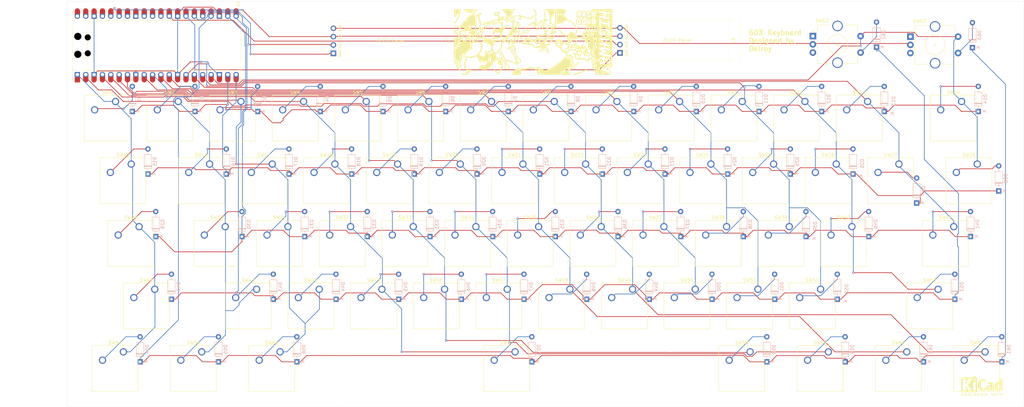
<source format=kicad_pcb>
(kicad_pcb (version 20241229) (generator "pcbnew") (generator_version "9.0")
  (layers (0 "F.Cu" signal) (2 "B.Cu" signal) (13 "F.Paste" user) (15 "B.Paste" user) (5 "F.SilkS" user "F.Silkscreen") (7 "B.SilkS" user "B.Silkscreen") (1 "F.Mask" user) (3 "B.Mask" user) (25 "Edge.Cuts" user))
  (net 0 "")
  (net 1 "row1")
  (net 2 "Net-(D1-A)")
  (net 3 "Net-(D2-A)")
  (net 4 "Net-(D3-A)")
  (net 5 "Net-(D4-A)")
  (net 6 "Net-(D5-A)")
  (net 7 "Net-(D6-A)")
  (net 8 "Net-(D7-A)")
  (net 9 "Net-(D8-A)")
  (net 10 "Net-(D9-A)")
  (net 11 "Net-(D10-A)")
  (net 12 "Net-(D11-A)")
  (net 13 "Net-(D12-A)")
  (net 14 "Net-(D13-A)")
  (net 15 "Net-(D14-A)")
  (net 16 "Net-(D15-A)")
  (net 17 "row2")
  (net 18 "Net-(D16-A)")
  (net 19 "Net-(D17-A)")
  (net 20 "Net-(D18-A)")
  (net 21 "Net-(D19-A)")
  (net 22 "Net-(D20-A)")
  (net 23 "Net-(D21-A)")
  (net 24 "Net-(D22-A)")
  (net 25 "Net-(D23-A)")
  (net 26 "Net-(D24-A)")
  (net 27 "Net-(D25-A)")
  (net 28 "Net-(D26-A)")
  (net 29 "Net-(D27-A)")
  (net 30 "Net-(D28-A)")
  (net 31 "Net-(D29-A)")
  (net 32 "row3")
  (net 33 "Net-(D30-A)")
  (net 34 "Net-(D31-A)")
  (net 35 "Net-(D32-A)")
  (net 36 "Net-(D33-A)")
  (net 37 "Net-(D34-A)")
  (net 38 "Net-(D35-A)")
  (net 39 "Net-(D36-A)")
  (net 40 "Net-(D37-A)")
  (net 41 "Net-(D38-A)")
  (net 42 "Net-(D39-A)")
  (net 43 "Net-(D40-A)")
  (net 44 "Net-(D41-A)")
  (net 45 "Net-(D42-A)")
  (net 46 "row4")
  (net 47 "Net-(D43-A)")
  (net 48 "Net-(D44-A)")
  (net 49 "Net-(D45-A)")
  (net 50 "Net-(D46-A)")
  (net 51 "Net-(D47-A)")
  (net 52 "Net-(D48-A)")
  (net 53 "Net-(D49-A)")
  (net 54 "Net-(D50-A)")
  (net 55 "Net-(D51-A)")
  (net 56 "Net-(D52-A)")
  (net 57 "Net-(D53-A)")
  (net 58 "row5")
  (net 59 "Net-(D54-A)")
  (net 60 "Net-(D55-A)")
  (net 61 "Net-(D56-A)")
  (net 62 "Net-(D57-A)")
  (net 63 "Net-(D58-A)")
  (net 64 "Net-(D59-A)")
  (net 65 "Net-(D60-A)")
  (net 66 "Net-(D61-A)")
  (net 67 "Net-(D62-A)")
  (net 68 "Net-(D63-A)")
  (net 69 "SDA")
  (net 70 "GND")
  (net 71 "VCC")
  (net 72 "SCL")
  (net 73 "col1")
  (net 74 "col2")
  (net 75 "col3")
  (net 76 "col4")
  (net 77 "col5")
  (net 78 "col6")
  (net 79 "col7")
  (net 80 "col8")
  (net 81 "col9")
  (net 82 "col10")
  (net 83 "col11")
  (net 84 "col12")
  (net 85 "col13")
  (net 86 "col14")
  (net 87 "re1")
  (net 88 "re2")
  (net 89 "re4")
  (net 90 "re3")
  (net 91 "SDA2")
  (net 92 "unconnected-(A1-GPIO26_ADC0-Pad31)")
  (net 93 "Net-(A1-GND-Pad13)")
  (net 94 "unconnected-(A1-VSYS-Pad39)")
  (net 95 "unconnected-(A1-VBUS-Pad40)")
  (net 96 "unconnected-(A1-3V3_EN-Pad37)")
  (net 97 "unconnected-(A1-AGND-Pad33)")
  (net 98 "unconnected-(A1-GPIO28_ADC2-Pad34)")
  (net 99 "SCL2")
  (net 100 "unconnected-(A1-RUN-Pad30)")
  (net 101 "unconnected-(A1-GPIO27_ADC1-Pad32)")
  (net 102 "unconnected-(A1-ADC_VREF-Pad35)")
  (footprint "Button_Switch_Keyboard:SW_Cherry_MX_1.00u_PCB" (layer "F.Cu") (at 266.07 200.615)
    (property "Reference" "SW51")
    (property "Value" "SW_Push")
  )
  (footprint "Rotary_Encoder:RotaryEncoder_Alps_EC11E-Switch_Vertical_H20mm_CircularMountingHoles" (layer "F.Cu") (at 282.775 123.575)
    (property "Reference" "SW62")
    (property "Value" "RotaryEncoder_Switch")
  )
  (footprint "Oled screen:SSD1306-0.91-OLED-4pin-128x32" (layer "F.Cu") (at 260.635 130.86 180)
    (property "Reference" "J3")
    (property "Value" "Conn_01x04_Pin")
  )
  (footprint "Symbol:KiCad-Logo2_5mm_SilkScreen" (layer "F.Cu") (at 334.2 230.025)
    (property "Reference" "REF**" (hide yes))
    (property "Value" "KiCad-Logo2_5mm_SilkScreen" (hide yes))
  )
  (footprint "Button_Switch_Keyboard:SW_Cherry_MX_1.00u_PCB" (layer "F.Cu") (at 127.9575 143.465)
    (property "Reference" "SW4")
    (property "Value" "SW_Push")
  )
  (footprint "Button_Switch_Keyboard:SW_Cherry_MX_1.00u_PCB" (layer "F.Cu") (at 247.02 200.615)
    (property "Reference" "SW50")
    (property "Value" "SW_Push")
  )
  (footprint "Button_Switch_Keyboard:SW_Cherry_MX_1.00u_PCB" (layer "F.Cu") (at 204.1575 143.465)
    (property "Reference" "SW8")
    (property "Value" "SW_Push")
  )
  (footprint "Button_Switch_Keyboard:SW_Cherry_MX_1.00u_PCB" (layer "F.Cu") (at 151.77 200.615)
    (property "Reference" "SW45")
    (property "Value" "SW_Push")
  )
  (footprint "Button_Switch_Keyboard:SW_Cherry_MX_1.00u_PCB" (layer "F.Cu") (at 289.8825 162.515)
    (property "Reference" "SW26")
    (property "Value" "SW_Push")
  )
  (footprint "Button_Switch_Keyboard:SW_Cherry_MX_1.00u_PCB" (layer "F.Cu") (at 218.445 181.565)
    (property "Reference" "SW36")
    (property "Value" "SW_Push")
  )
  (footprint "Button_Switch_Keyboard:SW_Cherry_MX_2.25u_PCB" (layer "F.Cu") (at 325.6013 181.565)
    (property "Reference" "SW41")
    (property "Value" "SW_Push")
  )
  (footprint "Button_Switch_Keyboard:SW_Cherry_MX_1.00u_PCB" (layer "F.Cu") (at 175.5825 162.515)
    (property "Reference" "SW20")
    (property "Value" "SW_Push")
  )
  (footprint "Button_Switch_Keyboard:SW_Cherry_MX_1.00u_PCB" (layer "F.Cu") (at 70.8075 143.465)
    (property "Reference" "SW1")
    (property "Value" "SW_Push")
  )
  (footprint "Button_Switch_Keyboard:SW_Cherry_MX_1.00u_PCB" (layer "F.Cu") (at 108.9075 143.465)
    (property "Reference" "SW3")
    (property "Value" "SW_Push")
  )
  (footprint "Button_Switch_Keyboard:SW_Cherry_MX_1.00u_PCB" (layer "F.Cu") (at 156.5325 162.515)
    (property "Reference" "SW19")
    (property "Value" "SW_Push")
  )
  (footprint "Button_Switch_Keyboard:SW_Cherry_MX_1.00u_PCB" (layer "F.Cu") (at 199.395 181.565)
    (property "Reference" "SW35")
    (property "Value" "SW_Push")
  )
  (footprint "Oled screen:SSD1306-0.91-OLED-4pin-128x32" (layer "F.Cu") (at 173.525 131 180)
    (property "Reference" "J2")
    (property "Value" "Conn_01x04_Pin")
  )
  (footprint "Button_Switch_Keyboard:SW_Cherry_MX_1.00u_PCB" (layer "F.Cu") (at 308.9325 162.515)
    (property "Reference" "SW27")
    (property "Value" "SW_Push")
  )
  (footprint "Button_Switch_Keyboard:SW_Cherry_MX_1.00u_PCB" (layer "F.Cu") (at 166.0575 143.465)
    (property "Reference" "SW6")
    (property "Value" "SW_Push")
  )
  (footprint "Button_Switch_Keyboard:SW_Cherry_MX_1.00u_PCB" (layer "F.Cu") (at 208.92 200.615)
    (property "Reference" "SW48")
    (property "Value" "SW_Push")
  )
  (footprint "Button_Switch_Keyboard:SW_Cherry_MX_1.00u_PCB" (layer "F.Cu") (at 132.72 200.615)
    (property "Reference" "SW44")
    (property "Value" "SW_Push")
  )
  (footprint "Button_Switch_Keyboard:SW_Cherry_MX_1.25u_PCB" (layer "F.Cu") (at 73.1888 219.665)
    (property "Reference" "SW54")
    (property "Value" "SW_Push")
  )
  (footprint "Button_Switch_Keyboard:SW_Cherry_MX_1.00u_PCB" (layer "F.Cu") (at 213.6825 162.515)
    (property "Reference" "SW22")
    (property "Value" "SW_Push")
  )
  (footprint "Button_Switch_Keyboard:SW_Cherry_MX_1.00u_PCB" (layer "F.Cu") (at 185.1075 143.465)
    (property "Reference" "SW7")
    (property "Value" "SW_Push")
  )
  (footprint "Button_Switch_Keyboard:SW_Cherry_MX_6.25u_PCB" (layer "F.Cu") (at 192.2513 219.665)
    (property "Reference" "SW57")
    (property "Value" "SW_Push")
  )
  (footprint "Button_Switch_Keyboard:SW_Cherry_MX_1.25u_PCB" (layer "F.Cu") (at 263.6888 219.665)
    (property "Reference" "SW58")
    (property "Value" "SW_Push")
  )
  (footprint "Button_Switch_Keyboard:SW_Cherry_MX_1.00u_PCB" (layer "F.Cu") (at 170.82 200.615)
    (property "Reference" "SW46")
    (property "Value" "SW_Push")
  )
  (footprint "Button_Switch_Keyboard:SW_Cherry_MX_1.00u_PCB" (layer "F.Cu") (at 256.545 181.565)
    (property "Reference" "SW38")
    (property "Value" "SW_Push")
  )
  (footprint "Button_Switch_Keyboard:SW_Cherry_MX_1.00u_PCB" (layer "F.Cu") (at 299.4075 143.465)
    (property "Reference" "SW13")
    (property "Value" "SW_Push")
  )
  (footprint "Button_Switch_Keyboard:SW_Cherry_MX_1.00u_PCB" (layer "F.Cu") (at 104.145 181.565)
    (property "Reference" "SW30")
    (property "Value" "SW_Push")
  )
  (footprint "Button_Switch_Keyboard:SW_Cherry_MX_2.75u_PCB" (layer "F.Cu") (at 320.8388 200.615)
    (property "Reference" "SW53")
    (property "Value" "SW_Push")
  )
  (footprint "Button_Switch_Keyboard:SW_Cherry_MX_1.00u_PCB" (layer "F.Cu") (at 232.7325 162.515)
    (property "Reference" "SW23")
    (property "Value" "SW_Push")
  )
  (footprint "Button_Switch_Keyboard:SW_Cherry_MX_1.00u_PCB" (layer "F.Cu") (at 118.4325 162.515)
    (property "Reference" "SW17")
    (property "Value" "SW_Push")
  )
  (footprint "Button_Switch_Keyboard:SW_Cherry_MX_1.00u_PCB" (layer "F.Cu") (at 99.3825 162.515)
    (property "Reference" "SW16")
    (property "Value" "SW_Push")
  )
  (footprint "Button_Switch_Keyboard:SW_Cherry_MX_1.00u_PCB" (layer "F.Cu") (at 194.6325 162.515)
    (property "Reference" "SW21")
    (property "Value" "SW_Push")
  )
  (footprint "Button_Switch_Keyboard:SW_Cherry_MX_1.00u_PCB" (layer "F.Cu") (at 227.97 200.615)
    (property "Reference" "SW49")
    (property "Value" "SW_Push")
  )
  (footprint "Button_Switch_Keyboard:SW_Cherry_MX_1.25u_PCB" (layer "F.Cu") (at 97.0013 219.665)
    (property "Reference" "SW55")
    (property "Value" "SW_Push")
  )
  (footprint "Button_Switch_Keyboard:SW_Cherry_MX_1.00u_PCB" (layer "F.Cu") (at 89.8575 143.465)
    (property "Reference" "SW2")
    (property "Value" "SW_Push")
  )
  (footprint "Button_Switch_Keyboard:SW_Cherry_MX_2.00u_PCB" (layer "F.Cu") (at 327.9825 143.465)
    (property "Reference" "SW14")
    (property "Value" "SW_Push")
  )
  (footprint "Button_Switch_Keyboard:SW_Cherry_MX_1.25u_PCB" (layer "F.Cu") (at 287.5013 219.665)
    (property "Reference" "SW59")
    (property "Value" "SW_Push")
  )
  (footprint "Button_Switch_Keyboard:SW_Cherry_MX_1.00u_PCB" (layer "F.Cu") (at 237.495 181.565)
    (property "Reference" "SW37")
    (property "Value" "SW_Push")
  )
  (footprint "Button_Switch_Keyboard:SW_Cherry_MX_1.00u_PCB" (layer "F.Cu") (at 285.12 200.615)
    (property "Reference" "SW52")
    (property "Value" "SW_Push")
  )
  (footprint "Button_Switch_Keyboard:SW_Cherry_MX_1.00u_PCB" (layer "F.Cu") (at 113.67 200.615)
    (property "Reference" "SW43")
    (property "Value" "SW_Push")
  )
  (footprint "Button_Switch_Keyboard:SW_Cherry_MX_1.50u_PCB" (layer "F.Cu") (at 332.745 162.515)
    (property "Reference" "SW28")
    (property "Value" "SW_Push")
  )
  (footprint "Button_Switch_Keyboard:SW_Cherry_MX_1.00u_PCB" (layer "F.Cu") (at 242.2575 143.465)
    (property "Reference" "SW10")
    (property "Value" "SW_Push")
  )
  (footprint "Button_Switch_Keyboard:SW_Cherry_MX_1.00u_PCB" (layer "F.Cu") (at 123.195 181.565)
    (property "Reference" "SW31")
    (property "Value" "SW_Push")
  )
  (footprint "Button_Switch_Keyboard:SW_Cherry_MX_1.25u_PCB" (layer "F.Cu") (at 335.1263 219.665)
    (property "Reference" "SW61")
    (property "Value" "SW_Push")
  )
  (footprint "Button_Switch_Keyboard:SW_Cherry_MX_1.00u_PCB" (layer "F.Cu") (at 275.595 181.565)
    (property "Reference" "SW39")
    (property "Value" "SW_Push")
  )
  (footprint "Button_Switch_Keyboard:SW_Cherry_MX_1.00u_PCB" (layer "F.Cu") (at 161.295 181.565)
    (property "Reference" "SW33")
    (property "Value" "SW_Push")
  )
  (footprint "Button_Switch_Keyboard:SW_Cherry_MX_2.25u_PCB" (layer "F.Cu") (at 82.7138 200.615)
    (property "Reference" "SW42")
    (property "Value" "SW_Push")
  )
  (footprint "Button_Switch_Keyboard:SW_Cherry_MX_1.00u_PCB" (layer "F.Cu") (at 270.8325 162.515)
    (property "Reference" "SW25")
    (property "Value" "SW_Push")
  )
  (footprint "Button_Switch_Keyboard:SW_Cherry_MX_1.00u_PCB" (layer "F.Cu") (at 142.245 181.565)
    (property "Reference" "SW32")
    (property "Value" "SW_Push")
  )
  (footprint "Button_Switch_Keyboard:SW_Cherry_MX_1.25u_PCB" (layer "F.Cu") (at 120.8138 219.665)
    (property "Reference" "SW56")
    (property "Value" "SW_Push")
  )
  (footprint "Button_Switch_Keyboard:SW_Cherry_MX_1.00u_PCB" (layer "F.Cu") (at 189.87 200.615)
    (property "Reference" "SW47")
    (property "Value" "SW_Push")
  )
  (footprint "Button_Switch_Keyboard:SW_Cherry_MX_1.00u_PCB" (layer "F.Cu") (at 180.345 181.565)
    (property "Reference" "SW34")
    (property "Value" "SW_Push")
  )
  (footprint "Rotary_Encoder:RotaryEncoder_Alps_EC11E-Switch_Vertical_H20mm_CircularMountingHoles" (layer "F.Cu") (at 312.42 123.72)
    (property "Reference" "SW63")
    (property "Value" "RotaryEncoder_Switch")
  )
  (footprint "Button_Switch_Keyboard:SW_Cherry_MX_1.00u_PCB" (layer "F.Cu") (at 280.3575 143.465)
    (property "Reference" "SW12")
    (property "Value" "SW_Push")
  )
  (footprint "Button_Switch_Keyboard:SW_Cherry_MX_1.00u_PCB" (layer "F.Cu") (at 137.4825 162.515)
    (property "Reference" "SW18")
    (property "Value" "SW_Push")
  )
  (footprint "Button_Switch_Keyboard:SW_Cherry_MX_1.00u_PCB" (layer "F.Cu") (at 251.7825 162.515)
    (property "Reference" "SW24")
    (property "Value" "SW_Push")
  )
  (footprint "Module:RaspberryPi_Pico_Common_Unspecified" (layer "F.Cu") (at 83.325 126.385 90)
    (property "Reference" "A1")
    (property "Value" "RaspberryPi_Pico")
  )
  (footprint "Button_Switch_Keyboard:SW_Cherry_MX_1.00u_PCB" (layer "F.Cu") (at 147.0075 143.465)
    (property "Reference" "SW5")
    (property "Value" "SW_Push")
  )
  (footprint "Button_Switch_Keyboard:SW_Cherry_MX_1.50u_PCB" (layer "F.Cu") (at 75.57 162.515)
    (property "Reference" "SW15")
    (property "Value" "SW_Push")
  )
  (footprint "Button_Switch_Keyboard:SW_Cherry_MX_1.75u_PCB" (layer "F.Cu") (at 77.9513 181.565)
    (property "Reference" "SW29")
    (property "Value" "SW_Push")
  )
  (footprint "Button_Switch_Keyboard:SW_Cherry_MX_1.00u_PCB" (layer "F.Cu") (at 223.2075 143.465)
    (property "Reference" "SW9")
    (property "Value" "SW_Push")
  )
  (footprint "Button_Switch_Keyboard:SW_Cherry_MX_1.00u_PCB" (layer "F.Cu") (at 261.3075 143.465)
    (property "Reference" "SW11")
    (property "Value" "SW_Push")
  )
  (footprint "Oled screen:Highway" (layer "F.Cu") (at 197.775 125.35)
    (property "Reference" "G***")
    (property "Value" "LOGO" (hide yes))
  )
  (footprint "Button_Switch_Keyboard:SW_Cherry_MX_1.25u_PCB" (layer "F.Cu") (at 311.3138 219.665)
    (property "Reference" "SW60")
    (property "Value" "SW_Push")
  )
  (footprint "Button_Switch_Keyboard:SW_Cherry_MX_1.00u_PCB" (layer "F.Cu") (at 294.645 181.565)
    (property "Reference" "SW40")
    (property "Value" "SW_Push")
  )
  (footprint "Diode_THT:D_DO-35_SOD27_P7.62mm_Horizontal" (layer "B.Cu") (at 316.3938 222.695 90)
    (property "Reference" "D60")
    (property "Value" "1N4148")
  )
  (footprint "Diode_THT:D_DO-35_SOD27_P7.62mm_Horizontal" (layer "B.Cu") (at 175.9 203.645 90)
    (property "Reference" "D46")
    (property "Value" "1N4148")
  )
  (footprint "Diode_THT:D_DO-35_SOD27_P7.62mm_Horizontal" (layer "B.Cu") (at 194.95 203.645 90)
    (property "Reference" "D47")
    (property "Value" "1N4148")
  )
  (footprint "Diode_THT:D_DO-35_SOD27_P7.62mm_Horizontal" (layer "B.Cu") (at 280.675 184.595 90)
    (property "Reference" "D39")
    (property "Value" "1N4148")
  )
  (footprint "Diode_THT:D_DO-35_SOD27_P7.62mm_Horizontal" (layer "B.Cu") (at 133.0375 146.495 90)
    (property "Reference" "D4")
    (property "Value" "1N4148")
  )
  (footprint "Diode_THT:D_DO-35_SOD27_P7.62mm_Horizontal" (layer "B.Cu") (at 137.8 203.645 90)
    (property "Reference" "D44")
    (property "Value" "1N4148")
  )
  (footprint "Diode_THT:D_DO-35_SOD27_P7.62mm_Horizontal" (layer "B.Cu") (at 83.0313 184.595 90)
    (property "Reference" "D29")
    (property "Value" "1N4148")
  )
  (footprint "Diode_THT:D_DO-35_SOD27_P7.62mm_Horizontal" (layer "B.Cu") (at 128.275 184.595 90)
    (property "Reference" "D31")
    (property "Value" "1N4148")
  )
  (footprint "Diode_THT:D_DO-35_SOD27_P7.62mm_Horizontal" (layer "B.Cu") (at 302.125 126.925 90)
    (property "Reference" "D62")
    (property "Value" "1N4148")
  )
  (footprint "Diode_THT:D_DO-35_SOD27_P7.62mm_Horizontal" (layer "B.Cu") (at 294.9625 165.545 90)
    (property "Reference" "D26")
    (property "Value" "1N4148")
  )
  (footprint "Diode_THT:D_DO-35_SOD27_P7.62mm_Horizontal" (layer "B.Cu") (at 330.6813 184.595 90)
    (property "Reference" "D41")
    (property "Value" "1N4148")
  )
  (footprint "Diode_THT:D_DO-35_SOD27_P7.62mm_Horizontal" (layer "B.Cu") (at 78.2688 222.695 90)
    (property "Reference" "D54")
    (property "Value" "1N4148")
  )
  (footprint "Diode_THT:D_DO-35_SOD27_P7.62mm_Horizontal" (layer "B.Cu") (at 247.3375 146.495 90)
    (property "Reference" "D10")
    (property "Value" "1N4148")
  )
  (footprint "Diode_THT:D_DO-35_SOD27_P7.62mm_Horizontal" (layer "B.Cu") (at 156.85 203.645 90)
    (property "Reference" "D45")
    (property "Value" "1N4148")
  )
  (footprint "Diode_THT:D_DO-35_SOD27_P7.62mm_Horizontal" (layer "B.Cu") (at 218.7625 165.545 90)
    (property "Reference" "D22")
    (property "Value" "1N4148")
  )
  (footprint "Diode_THT:D_DO-35_SOD27_P7.62mm_Horizontal" (layer "B.Cu") (at 87.7938 203.645 90)
    (property "Reference" "D42")
    (property "Value" "1N4148")
  )
  (footprint "Diode_THT:D_DO-35_SOD27_P7.62mm_Horizontal" (layer "B.Cu") (at 314.325 174.375 90)
    (property "Reference" "D27")
    (property "Value" "1N4148")
  )
  (footprint "Diode_THT:D_DO-35_SOD27_P7.62mm_Horizontal" (layer "B.Cu") (at 214 203.645 90)
    (property "Reference" "D48")
    (property "Value" "1N4148")
  )
  (footprint "Diode_THT:D_DO-35_SOD27_P7.62mm_Horizontal" (layer "B.Cu") (at 204.475 184.595 90)
    (property "Reference" "D35")
    (property "Value" "1N4148")
  )
  (footprint "Diode_THT:D_DO-35_SOD27_P7.62mm_Horizontal" (layer "B.Cu") (at 113.9875 146.495 90)
    (property "Reference" "D3")
    (property "Value" "1N4148")
  )
  (footprint "Diode_THT:D_DO-35_SOD27_P7.62mm_Horizontal" (layer "B.Cu") (at 171.1375 146.495 90)
    (property "Reference" "D6")
    (property "Value" "1N4148")
  )
  (footprint "Diode_THT:D_DO-35_SOD27_P7.62mm_Horizontal" (layer "B.Cu") (at 75.8875 146.495 90)
    (property "Reference" "D1")
    (property "Value" "1N4148")
  )
  (footprint "Diode_THT:D_DO-35_SOD27_P7.62mm_Horizontal" (layer "B.Cu") (at 152.0875 146.495 90)
    (property "Reference" "D5")
    (property "Value" "1N4148")
  )
  (footprint "Diode_THT:D_DO-35_SOD27_P7.62mm_Horizontal" (layer "B.Cu") (at 118.75 203.645 90)
    (property "Reference" "D43")
    (property "Value" "1N4148")
  )
  (footprint "Diode_THT:D_DO-35_SOD27_P7.62mm_Horizontal" (layer "B.Cu") (at 339.275 170.685 90)
    (property "Reference" "D28")
    (property "Value" "1N4148")
  )
  (footprint "Diode_THT:D_DO-35_SOD27_P7.62mm_Horizontal" (layer "B.Cu") (at 340.2063 222.695 90)
    (property "Reference" "D61")
    (property "Value" "1N4148")
  )
  (footprint "Diode_THT:D_DO-35_SOD27_P7.62mm_Horizontal" (layer "B.Cu") (at 223.525 184.595 90)
    (property "Reference" "D36")
    (property "Value" "1N4148")
  )
  (footprint "Diode_THT:D_DO-35_SOD27_P7.62mm_Horizontal" (layer "B.Cu") (at 142.5625 165.545 90)
    (property "Reference" "D18")
    (property "Value" "1N4148")
  )
  (footprint "Diode_THT:D_DO-35_SOD27_P7.62mm_Horizontal" (layer "B.Cu") (at 94.9375 146.495 90)
    (property "Reference" "D2")
    (property "Value" "1N4148")
  )
  (footprint "Diode_THT:D_DO-35_SOD27_P7.62mm_Horizontal" (layer "B.Cu") (at 271.15 203.645 90)
    (property "Reference" "D51")
    (property "Value" "1N4148")
  )
  (footprint "Diode_THT:D_DO-35_SOD27_P7.62mm_Horizontal" (layer "B.Cu") (at 228.2875 146.495 90)
    (property "Reference" "D9")
    (property "Value" "1N4148")
  )
  (footprint "Diode_THT:D_DO-35_SOD27_P7.62mm_Horizontal" (layer "B.Cu") (at 242.575 184.595 90)
    (property "Reference" "D37")
    (property "Value" "1N4148")
  )
  (footprint "Diode_THT:D_DO-35_SOD27_P7.62mm_Horizontal" (layer "B.Cu") (at 325.9188 203.645 90)
    (property "Reference" "D53")
    (property "Value" "1N4148")
  )
  (footprint "Diode_THT:D_DO-35_SOD27_P7.62mm_Horizontal" (layer "B.Cu") (at 166.375 184.595 90)
    (property "Reference" "D33")
    (property "Value" "1N4148")
  )
  (footprint "Diode_THT:D_DO-35_SOD27_P7.62mm_Horizontal" (layer "B.Cu") (at 185.425 184.595 90)
    (property "Reference" "D34")
    (property "Value" "1N4148")
  )
  (footprint "Diode_THT:D_DO-35_SOD27_P7.62mm_Horizontal" (layer "B.Cu") (at 266.3875 146.495 90)
    (property "Reference" "D11")
    (property "Value" "1N4148")
  )
  (footprint "Diode_THT:D_DO-35_SOD27_P7.62mm_Horizontal" (layer "B.Cu") (at 161.6125 165.545 90)
    (property "Reference" "D19")
    (property "Value" "1N4148")
  )
  (footprint "Diode_THT:D_DO-35_SOD27_P7.62mm_Horizontal" (layer "B.Cu") (at 304.4875 146.495 90)
    (property "Reference" "D13")
    (property "Value" "1N4148")
  )
  (footprint "Diode_THT:D_DO-35_SOD27_P7.62mm_Horizontal" (layer "B.Cu") (at 285.4375 146.495 90)
    (property "Reference" "D12")
    (property "Value" "1N4148")
  )
  (footprint "Diode_THT:D_DO-35_SOD27_P7.62mm_Horizontal" (layer "B.Cu") (at 268.7688 222.695 90)
    (property "Reference" "D58")
    (property "Value" "1N4148")
  )
  (footprint "Diode_THT:D_DO-35_SOD27_P7.62mm_Horizontal" (layer "B.Cu") (at 290.2 203.645 90)
    (property "Reference" "D52")
    (property "Value" "1N4148")
  )
  (footprint "Diode_THT:D_DO-35_SOD27_P7.62mm_Horizontal" (layer "B.Cu") (at 331.275 127.085 90)
    (property "Reference" "D63")
    (property "Value" "1N4148")
  )
  (footprint "Diode_THT:D_DO-35_SOD27_P7.62mm_Horizontal" (layer "B.Cu") (at 109.225 184.595 90)
    (property "Reference" "D30")
    (property "Value" "1N4148")
  )
  (footprint "Diode_THT:D_DO-35_SOD27_P7.62mm_Horizontal" (layer "B.Cu") (at 147.325 184.595 90)
    (property "Reference" "D32")
    (property "Value" "1N4148")
  )
  (footprint "Diode_THT:D_DO-35_SOD27_P7.62mm_Horizontal" (layer "B.Cu") (at 190.1875 146.495 90)
    (property "Reference" "D7")
    (property "Value" "1N4148")
  )
  (footprint "Diode_THT:D_DO-35_SOD27_P7.62mm_Horizontal" (layer "B.Cu") (at 256.8625 165.545 90)
    (property "Reference" "D24")
    (property "Value" "1N4148")
  )
  (footprint "Diode_THT:D_DO-35_SOD27_P7.62mm_Horizontal" (layer "B.Cu") (at 180.6625 165.545 90)
    (property "Reference" "D20")
    (property "Value" "1N4148")
  )
  (footprint "Diode_THT:D_DO-35_SOD27_P7.62mm_Horizontal" (layer "B.Cu") (at 199.7125 165.545 90)
    (property "Reference" "D21")
    (property "Value" "1N4148")
  )
  (footprint "Diode_THT:D_DO-35_SOD27_P7.62mm_Horizontal" (layer "B.Cu") (at 252.1 203.645 90)
    (property "Reference" "D50")
    (property "Value" "1N4148")
  )
  (footprint "Diode_THT:D_DO-35_SOD27_P7.62mm_Horizontal" (layer "B.Cu") (at 261.625 184.595 90)
    (property "Reference" "D38")
    (property "Value" "1N4148")
  )
  (footprint "Diode_THT:D_DO-35_SOD27_P7.62mm_Horizontal" (layer "B.Cu") (at 125.8938 222.695 90)
    (property "Reference" "D56")
    (property "Value" "1N4148")
  )
  (footprint "Diode_THT:D_DO-35_SOD27_P7.62mm_Horizontal" (layer "B.Cu") (at 237.8125 165.545 90)
    (property "Reference" "D23")
    (property "Value" "1N4148")
  )
  (footprint "Diode_THT:D_DO-35_SOD27_P7.62mm_Horizontal" (layer "B.Cu") (at 292.5813 222.695 90)
    (property "Reference" "D59")
    (property "Value" "1N4148")
  )
  (footprint "Diode_THT:D_DO-35_SOD27_P7.62mm_Horizontal" (layer "B.Cu") (at 209.2375 146.495 90)
    (property "Reference" "D8")
    (property "Value" "1N4148")
  )
  (footprint "Diode_THT:D_DO-35_SOD27_P7.62mm_Horizontal" (layer "B.Cu") (at 102.0813 222.695 90)
    (property "Reference" "D55")
    (property "Value" "1N4148")
  )
  (footprint "Diode_THT:D_DO-35_SOD27_P7.62mm_Horizontal" (layer "B.Cu") (at 197.3313 222.695 90)
    (property "Reference" "D57")
    (property "Value" "1N4148")
  )
  (footprint "Diode_THT:D_DO-35_SOD27_P7.62mm_Horizontal" (layer "B.Cu") (at 104.4625 165.545 90)
    (property "Reference" "D16")
    (property "Value" "1N4148")
  )
  (footprint "Diode_THT:D_DO-35_SOD27_P7.62mm_Horizontal" (layer "B.Cu") (at 299.725 184.595 90)
    (property "Reference" "D40")
    (property "Value" "1N4148")
  )
  (footprint "Diode_THT:D_DO-35_SOD27_P7.62mm_Horizontal" (layer "B.Cu") (at 233.05 203.645 90)
    (property "Reference" "D49")
    (property "Value" "1N4148")
  )
  (footprint "Diode_THT:D_DO-35_SOD27_P7.62mm_Horizontal" (layer "B.Cu") (at 80.65 165.545 90)
    (property "Reference" "D15")
    (property "Value" "1N4148")
  )
  (footprint "Diode_THT:D_DO-35_SOD27_P7.62mm_Horizontal" (layer "B.Cu") (at 333.0625 146.495 90)
    (property "Reference" "D14")
    (property "Value" "1N4148")
  )
  (footprint "Diode_THT:D_DO-35_SOD27_P7.62mm_Horizontal" (layer "B.Cu") (at 123.5125 165.545 90)
    (property "Reference" "D17")
    (property "Value" "1N4148")
  )
  (footprint "Diode_THT:D_DO-35_SOD27_P7.62mm_Horizontal" (layer "B.Cu") (at 275.9125 165.545 90)
    (property "Reference" "D25")
    (property "Value" "1N4148")
  )
  (gr_rect (start 56.0375 112.975) (end 346.9375 236.375) (stroke (width 0.05)) (fill no) (layer "Edge.Cuts"))
  (gr_text "60% Keyboard\nDesigned by, \nDelroy" (at 263.125 128.25 0) (layer "F.SilkS") (effects (font (size 1.5 1.5) (thickness 0.3) (bold yes)) (justify left bottom)))
  (segment (start 285.4375 146.495) (end 280.328 146.495) (width 0.2) (layer "F.Cu") (net 1))
  (segment (start 147.0942 146.495) (end 152.0875 146.495) (width 0.2) (layer "F.Cu") (net 1))
  (segment (start 133.5884 146.495) (end 133.0375 146.495) (width 0.2) (layer "F.Cu") (net 1))
  (segment (start 278.4051 144.5721) (end 269.4121 144.5721) (width 0.2) (layer "F.Cu") (net 1))
  (segment (start 212.2616 144.5726) (end 221.8155 144.5726) (width 0.2) (layer "F.Cu") (net 1))
  (segment (start 115.0892 146.495) (end 118.5409 149.9467) (width 0.2) (layer "F.Cu") (net 1))
  (segment (start 250.3701 144.5641) (end 248.4392 146.495) (width 0.2) (layer "F.Cu") (net 1))
  (segment (start 223.7379 146.495) (end 228.2875 146.495) (width 0.2) (layer "F.Cu") (net 1))
  (segment (start 174.1492 144.585) (end 172.2392 146.495) (width 0.2) (layer "F.Cu") (net 1))
  (segment (start 104.915 135.275) (end 104.915 136.075) (width 0.2) (layer "F.Cu") (net 1))
  (segment (start 183.168 144.585) (end 174.1492 144.585) (width 0.2) (layer "F.Cu") (net 1))
  (segment (start 104.3609 145.8946) (end 112.2854 145.8946) (width 0.2) (layer "F.Cu") (net 1))
  (segment (start 247.3375 146.495) (end 242.228 146.495) (width 0.2) (layer "F.Cu") (net 1))
  (segment (start 98.1508 144.3834) (end 104.915 144.3834) (width 0.2) (layer "F.Cu") (net 1))
  (segment (start 297.9949 144.552) (end 298.8679 145.425) (width 0.2) (layer "F.Cu") (net 1))
  (segment (start 259.3471 144.5641) (end 250.3701 144.5641) (width 0.2) (layer "F.Cu") (net 1))
  (segment (start 124.3812 145.9633) (end 131.4041 145.9633) (width 0.2) (layer "F.Cu") (net 1))
  (segment (start 152.0875 146.495) (end 153.1892 146.495) (width 0.2) (layer "F.Cu") (net 1))
  (segment (start 190.1875 146.495) (end 185.078 146.495) (width 0.2) (layer "F.Cu") (net 1))
  (segment (start 286.5392 146.495) (end 288.4822 144.552) (width 0.2) (layer "F.Cu") (net 1))
  (segment (start 209.7884 146.495) (end 209.2375 146.495) (width 0.2) (layer "F.Cu") (net 1))
  (segment (start 88.4493 144.5968) (end 78.8874 144.5968) (width 0.2) (layer "F.Cu") (net 1))
  (segment (start 247.8884 146.495) (end 248.4392 146.495) (width 0.2) (layer "F.Cu") (net 1))
  (segment (start 94.9375 146.495) (end 90.3475 146.495) (width 0.2) (layer "F.Cu") (net 1))
  (segment (start 171.1375 146.495) (end 166.028 146.495) (width 0.2) (layer "F.Cu") (net 1))
  (segment (start 210.3392 146.495) (end 212.2616 144.5726) (width 0.2) (layer "F.Cu") (net 1))
  (segment (start 288.4822 144.552) (end 297.9949 144.552) (width 0.2) (layer "F.Cu") (net 1))
  (segment (start 266.3875 146.495) (end 261.278 146.495) (width 0.2) (layer "F.Cu") (net 1))
  (segment (start 304.4875 146.495) (end 305.5892 146.495) (width 0.2) (layer "F.Cu") (net 1))
  (segment (start 185.078 146.495) (end 183.168 144.585) (width 0.2) (layer "F.Cu") (net 1))
  (segment (start 121.7392 149.1257) (end 121.7392 148.6053) (width 0.2) (layer "F.Cu") (net 1))
  (segment (start 145.1509 144.5517) (end 147.0942 146.495) (width 0.2) (layer "F.Cu") (net 1))
  (segment (start 96.0392 146.495) (end 98.1508 144.3834) (width 0.2) (layer "F.Cu") (net 1))
  (segment (start 261.278 146.495) (end 259.3471 144.5641) (width 0.2) (layer "F.Cu") (net 1))
  (segment (start 133.5884 146.495) (end 134.1392 146.495) (width 0.2) (layer "F.Cu") (net 1))
  (segment (start 133.0375 146.495) (end 131.9358 146.495) (width 0.2) (layer "F.Cu") (net 1))
  (segment (start 285.9884 146.495) (end 286.5392 146.495) (width 0.2) (layer "F.Cu") (net 1))
  (segment (start 203.5681 146.495) (end 209.2375 146.495) (width 0.2) (layer "F.Cu") (net 1))
  (segment (start 193.2031 144.5811) (end 201.6542 144.5811) (width 0.2) (layer "F.Cu") (net 1))
  (segment (start 191.2892 146.495) (end 193.2031 144.5811) (width 0.2) (layer "F.Cu") (net 1))
  (segment (start 201.6542 144.5811) (end 203.5681 146.495) (width 0.2) (layer "F.Cu") (net 1))
  (segment (start 121.7392 148.6053) (end 124.3812 145.9633) (width 0.2) (layer "F.Cu") (net 1))
  (segment (start 120.9182 149.9467) (end 121.7392 149.1257) (width 0.2) (layer "F.Cu") (net 1))
  (segment (start 209.7884 146.495) (end 210.3392 146.495) (width 0.2) (layer "F.Cu") (net 1))
  (segment (start 90.3475 146.495) (end 88.4493 144.5968) (width 0.2) (layer "F.Cu") (net 1))
  (segment (start 304.5192 145.425) (end 305.5892 146.495) (width 0.2) (layer "F.Cu") (net 1))
  (segment (start 247.8884 146.495) (end 247.3375 146.495) (width 0.2) (layer "F.Cu") (net 1))
  (segment (start 131.4041 145.9633) (end 131.9358 146.495) (width 0.2) (layer "F.Cu") (net 1))
  (segment (start 94.9375 146.495) (end 96.0392 146.495) (width 0.2) (layer "F.Cu") (net 1))
  (segment (start 155.1049 144.5793) (end 153.1892 146.495) (width 0.2) (layer "F.Cu") (net 1))
  (segment (start 134.1392 146.495) (end 136.0825 144.5517) (width 0.2) (layer "F.Cu") (net 1))
  (segment (start 298.8679 145.425) (end 304.5192 145.425) (width 0.2) (layer "F.Cu") (net 1))
  (segment (start 113.9875 146.495) (end 112.8858 146.495) (width 0.2) (layer "F.Cu") (net 1))
  (segment (start 333.0625 146.495) (end 327.953 146.495) (width 0.2) (layer "F.Cu") (net 1))
  (segment (start 190.1875 146.495) (end 191.2892 146.495) (width 0.2) (layer "F.Cu") (net 1))
  (segment (start 113.9875 146.495) (end 115.0892 146.495) (width 0.2) (layer "F.Cu") (net 1))
  (segment (start 307.5038 144.5804) (end 305.5892 146.495) (width 0.2) (layer "F.Cu") (net 1))
  (segment (start 266.9384 146.495) (end 267.4892 146.495) (width 0.2) (layer "F.Cu") (net 1))
  (segment (start 112.2854 145.8946) (end 112.8858 146.495) (width 0.2) (layer "F.Cu") (net 1))
  (segment (start 280.328 146.495) (end 278.4051 144.5721) (width 0.2) (layer "F.Cu") (net 1))
  (segment (start 285.9884 146.495) (end 285.4375 146.495) (width 0.2) (layer "F.Cu") (net 1))
  (segment (start 240.2971 144.5641) (end 231.3201 144.5641) (width 0.2) (layer "F.Cu") (net 1))
  (segment (start 242.228 146.495) (end 240.2971 144.5641) (width 0.2) (layer "F.Cu") (net 1))
  (segment (start 326.0384 144.5804) (end 307.5038 144.5804) (width 0.2) (layer "F.Cu") (net 1))
  (segment (start 327.953 146.495) (end 326.0384 144.5804) (width 0.2) (layer "F.Cu") (net 1))
  (segment (start 266.9384 146.495) (end 266.3875 146.495) (width 0.2) (layer "F.Cu") (net 1))
  (segment (start 171.1375 146.495) (end 172.2392 146.495) (width 0.2) (layer "F.Cu") (net 1))
  (segment (start 166.028 146.495) (end 164.1123 144.5793) (width 0.2) (layer "F.Cu") (net 1))
  (segment (start 228.2875 146.495) (end 229.3892 146.495) (width 0.2) (layer "F.Cu") (net 1))
  (segment (start 164.1123 144.5793) (end 155.1049 144.5793) (width 0.2) (layer "F.Cu") (net 1))
  (segment (start 269.4121 144.5721) (end 267.4892 146.495) (width 0.2) (layer "F.Cu") (net 1))
  (segment (start 136.0825 144.5517) (end 145.1509 144.5517) (width 0.2) (layer "F.Cu") (net 1))
  (segment (start 221.8155 144.5726) (end 223.7379 146.495) (width 0.2) (layer "F.Cu") (net 1))
  (segment (start 231.3201 144.5641) (end 229.3892 146.495) (width 0.2) (layer "F.Cu") (net 1))
  (segment (start 78.8874 144.5968) (end 76.9892 146.495) (width 0.2) (layer "F.Cu") (net 1))
  (segment (start 75.8875 146.495) (end 76.9892 146.495) (width 0.2) (layer "F.Cu") (net 1))
  (segment (start 118.5409 149.9467) (end 120.9182 149.9467) (width 0.2) (layer "F.Cu") (net 1))
  (via (at 104.915 144.3834) (size 0.6) (drill 0.3) (layers "F.Cu" "B.Cu") (net 1))
  (via (at 104.3609 145.8946) (size 0.6) (drill 0.3) (layers "F.Cu" "B.Cu") (net 1))
  (segment (start 104.915 135.275) (end 104.915 144.3834) (width 0.2) (layer "B.Cu") (net 1))
  (segment (start 104.3609 144.9375) (end 104.3609 145.8946) (width 0.2) (layer "B.Cu") (net 1))
  (segment (start 104.915 144.3834) (end 104.3609 144.9375) (width 0.2) (layer "B.Cu") (net 1))
  (segment (start 64.8306 145.6319) (end 73.3738 145.6319) (width 0.2) (layer "F.Cu") (net 2))
  (segment (start 64.4575 146.005) (end 64.8306 145.6319) (width 0.2) (layer "F.Cu") (net 2))
  (via (at 73.3738 145.6319) (size 0.6) (drill 0.3) (layers "F.Cu" "B.Cu") (net 2))
  (segment (start 75.8875 143.1182) (end 73.3738 145.6319) (width 0.2) (layer "B.Cu") (net 2))
  (segment (start 75.8875 138.875) (end 75.8875 143.1182) (width 0.2) (layer "B.Cu") (net 2))
  (segment (start 90.6375 138.875) (end 83.5075 146.005) (width 0.2) (layer "B.Cu") (net 3))
  (segment (start 94.9375 138.875) (end 90.6375 138.875) (width 0.2) (layer "B.Cu") (net 3))
  (segment (start 102.5575 146.005) (end 103.2696 145.2929) (width 0.2) (layer "F.Cu") (net 4))
  (segment (start 103.2696 145.2929) (end 112.0314 145.2929) (width 0.2) (layer "F.Cu") (net 4))
  (via (at 112.0314 145.2929) (size 0.6) (drill 0.3) (layers "F.Cu" "B.Cu") (net 4))
  (segment (start 113.9875 138.875) (end 113.9875 139.9767) (width 0.2) (layer "B.Cu") (net 4))
  (segment (start 113.9875 139.9767) (end 112.0314 141.9328) (width 0.2) (layer "B.Cu") (net 4))
  (segment (start 112.0314 141.9328) (end 112.0314 145.2929) (width 0.2) (layer "B.Cu") (net 4))
  (segment (start 133.0375 138.875) (end 128.7375 138.875) (width 0.2) (layer "B.Cu") (net 5))
  (segment (start 128.7375 138.875) (end 121.6075 146.005) (width 0.2) (layer "B.Cu") (net 5))
  (segment (start 152.0875 138.875) (end 147.7875 138.875) (width 0.2) (layer "B.Cu") (net 6))
  (segment (start 147.7875 138.875) (end 140.6575 146.005) (width 0.2) (layer "B.Cu") (net 6))
  (segment (start 171.1375 138.875) (end 166.8375 138.875) (width 0.2) (layer "B.Cu") (net 7))
  (segment (start 166.8375 138.875) (end 159.7075 146.005) (width 0.2) (layer "B.Cu") (net 7))
  (segment (start 190.1875 138.875) (end 185.8875 138.875) (width 0.2) (layer "B.Cu") (net 8))
  (segment (start 185.8875 138.875) (end 178.7575 146.005) (width 0.2) (layer "B.Cu") (net 8))
  (segment (start 209.2375 138.875) (end 204.9375 138.875) (width 0.2) (layer "B.Cu") (net 9))
  (segment (start 204.9375 138.875) (end 197.8075 146.005) (width 0.2) (layer "B.Cu") (net 9))
  (segment (start 223.9875 138.875) (end 216.8575 146.005) (width 0.2) (layer "B.Cu") (net 10))
  (segment (start 228.2875 138.875) (end 223.9875 138.875) (width 0.2) (layer "B.Cu") (net 10))
  (segment (start 243.0375 138.875) (end 235.9075 146.005) (width 0.2) (layer "B.Cu") (net 11))
  (segment (start 247.3375 138.875) (end 243.0375 138.875) (width 0.2) (layer "B.Cu") (net 11))
  (segment (start 261.7677 138.6361) (end 254.9575 145.4463) (width 0.2) (layer "B.Cu") (net 12))
  (segment (start 265.2858 138.875) (end 265.0469 138.6361) (width 0.2) (layer "B.Cu") (net 12))
  (segment (start 254.9575 145.4463) (end 254.9575 146.005) (width 0.2) (layer "B.Cu") (net 12))
  (segment (start 266.3875 138.875) (end 265.2858 138.875) (width 0.2) (layer "B.Cu") (net 12))
  (segment (start 265.0469 138.6361) (end 261.7677 138.6361) (width 0.2) (layer "B.Cu") (net 12))
  (segment (start 285.4375 138.875) (end 281.1375 138.875) (width 0.2) (layer "B.Cu") (net 13))
  (segment (start 281.1375 138.875) (end 274.0075 146.005) (width 0.2) (layer "B.Cu") (net 13))
  (segment (start 304.4875 138.875) (end 300.1875 138.875) (width 0.2) (layer "B.Cu") (net 14))
  (segment (start 300.1875 138.875) (end 293.0575 146.005) (width 0.2) (layer "B.Cu") (net 14))
  (segment (start 333.0625 138.875) (end 321.6325 138.875) (width 0.2) (layer "F.Cu") (net 15))
  (via (at 321.6325 138.875) (size 0.6) (drill 0.3) (layers "F.Cu" "B.Cu") (net 15))
  (segment (start 321.6325 146.005) (end 321.6325 138.875) (width 0.2) (layer "B.Cu") (net 15))
  (segment (start 80.65 157.925) (end 76.35 157.925) (width 0.2) (layer "F.Cu") (net 16))
  (segment (start 76.35 157.925) (end 69.22 165.055) (width 0.2) (layer "F.Cu") (net 16))
  (segment (start 315.4267 172.0854) (end 302.6046 172.0854) (width 0.2) (layer "F.Cu") (net 17))
  (segment (start 269.4199 163.602) (end 270.2929 164.475) (width 0.2) (layer "F.Cu") (net 17))
  (segment (start 218.7625 165.545) (end 219.8642 165.545) (width 0.2) (layer "F.Cu") (net 17))
  (segment (start 221.8072 163.602) (end 231.3199 163.602) (width 0.2) (layer "F.Cu") (net 17))
  (segment (start 256.8625 165.545) (end 257.9642 165.545) (width 0.2) (layer "F.Cu") (net 17))
  (segment (start 136.0905 163.6226) (end 138.0129 165.545) (width 0.2) (layer "F.Cu") (net 17))
  (segment (start 104.4625 165.545) (end 105.5642 165.545) (width 0.2) (layer "F.Cu") (net 17))
  (segment (start 200.8142 165.545) (end 202.7366 163.6226) (width 0.2) (layer "F.Cu") (net 17))
  (segment (start 145.6072 163.602) (end 155.1199 163.602) (width 0.2) (layer "F.Cu") (net 17))
  (segment (start 183.6866 163.6226) (end 193.2405 163.6226) (width 0.2) (layer "F.Cu") (net 17))
  (segment (start 155.1199 163.602) (end 155.9929 164.475) (width 0.2) (layer "F.Cu") (net 17))
  (segment (start 174.1699 163.602) (end 175.0429 164.475) (width 0.2) (layer "F.Cu") (net 17))
  (segment (start 302.6046 172.0854) (end 296.0642 165.545) (width 0.2) (layer "F.Cu") (net 17))
  (segment (start 181.7642 165.545) (end 183.6866 163.6226) (width 0.2) (layer "F.Cu") (net 17))
  (segment (start 314.325 174.375) (end 315.4267 174.375) (width 0.2) (layer "F.Cu") (net 17))
  (segment (start 316.8271 170.685) (end 315.4267 172.0854) (width 0.2) (layer "F.Cu") (net 17))
  (segment (start 175.0429 164.475) (end 180.6942 164.475) (width 0.2) (layer "F.Cu") (net 17))
  (segment (start 80.65 165.545) (end 81.7517 165.545) (width 0.2) (layer "F.Cu") (net 17))
  (segment (start 161.6442 164.475) (end 162.7142 165.545) (width 0.2) (layer "F.Cu") (net 17))
  (segment (start 161.6125 165.545) (end 162.7142 165.545) (width 0.2) (layer "F.Cu") (net 17))
  (segment (start 232.1929 164.475) (end 237.8442 164.475) (width 0.2) (layer "F.Cu") (net 17))
  (segment (start 231.3199 163.602) (end 232.1929 164.475) (width 0.2) (layer "F.Cu") (net 17))
  (segment (start 162.7142 165.545) (end 164.6572 163.602) (width 0.2) (layer "F.Cu") (net 17))
  (segment (start 142.5625 165.545) (end 143.6642 165.545) (width 0.2) (layer "F.Cu") (net 17))
  (segment (start 105.5642 165.545) (end 105.5642 164.2065) (width 0.2) (layer "F.Cu") (net 17))
  (segment (start 238.9142 165.545) (end 240.8366 163.6226) (width 0.2) (layer "F.Cu") (net 17))
  (segment (start 290.4129 165.545) (end 294.9625 165.545) (width 0.2) (layer "F.Cu") (net 17))
  (segment (start 126.5366 163.6226) (end 136.0905 163.6226) (width 0.2) (layer "F.Cu") (net 17))
  (segment (start 106.133 163.6377) (end 105.5642 164.2065) (width 0.2) (layer "F.Cu") (net 17))
  (segment (start 194.0929 164.475) (end 199.7442 164.475) (width 0.2) (layer "F.Cu") (net 17))
  (segment (start 275.9442 164.475) (end 277.0142 165.545) (width 0.2) (layer "F.Cu") (net 17))
  (segment (start 270.2929 164.475) (end 275.9442 164.475) (width 0.2) (layer "F.Cu") (net 17))
  (segment (start 237.8442 164.475) (end 238.9142 165.545) (width 0.2) (layer "F.Cu") (net 17))
  (segment (start 180.6942 164.475) (end 181.7642 165.545) (width 0.2) (layer "F.Cu") (net 17))
  (segment (start 199.7442 164.475) (end 200.8142 165.545) (width 0.2) (layer "F.Cu") (net 17))
  (segment (start 294.9625 165.545) (end 296.0642 165.545) (width 0.2) (layer "F.Cu") (net 17))
  (segment (start 105.5642 164.2065) (end 95.2185 164.2065) (width 0.2) (layer "F.Cu") (net 17))
  (segment (start 124.6142 165.545) (end 126.5366 163.6226) (width 0.2) (layer "F.Cu") (net 17))
  (segment (start 257.9642 165.545) (end 259.9072 163.602) (width 0.2) (layer "F.Cu") (net 17))
  (segment (start 315.4267 172.0854) (end 315.4267 174.375) (width 0.2) (layer "F.Cu") (net 17))
  (segment (start 180.6625 165.545) (end 181.7642 165.545) (width 0.2) (layer "F.Cu") (net 17))
  (segment (start 193.2405 163.6226) (end 194.0929 164.475) (width 0.2) (layer "F.Cu") (net 17))
  (segment (start 123.5442 164.475) (end 117.8929 164.475) (width 0.2) (layer "F.Cu") (net 17))
  (segment (start 259.9072 163.602) (end 269.4199 163.602) (width 0.2) (layer "F.Cu") (net 17))
  (segment (start 117.8929 164.475) (end 117.0556 163.6377) (width 0.2) (layer "F.Cu") (net 17))
  (segment (start 123.5125 165.545) (end 124.6142 165.545) (width 0.2) (layer "F.Cu") (net 17))
  (segment (start 138.0129 165.545) (end 142.5625 165.545) (width 0.2) (layer "F.Cu") (net 17))
  (segment (start 278.9366 163.6226) (end 288.4905 163.6226) (width 0.2) (layer "F.Cu") (net 17))
  (segment (start 155.9929 164.475) (end 161.6442 164.475) (width 0.2) (layer "F.Cu") (net 17))
  (segment (start 164.6572 163.602) (end 174.1699 163.602) (width 0.2) (layer "F.Cu") (net 17))
  (segment (start 219.8642 165.545) (end 221.8072 163.602) (width 0.2) (layer "F.Cu") (net 17))
  (segment (start 339.275 170.685) (end 316.8271 170.685) (width 0.2) (layer "F.Cu") (net 17))
  (segment (start 237.8125 165.545) (end 238.9142 165.545) (width 0.2) (layer "F.Cu") (net 17))
  (segment (start 252.3129 165.545) (end 256.8625 165.545) (width 0.2) (layer "F.Cu") (net 17))
  (segment (start 288.4905 163.6226) (end 290.4129 165.545) (width 0.2) (layer "F.Cu") (net 17))
  (segment (start 202.7366 163.6226) (end 212.2905 163.6226) (width 0.2) (layer "F.Cu") (net 17))
  (segment (start 107.455 135.275) (end 107.455 136.075) (width 0.2) (layer "F.Cu") (net 17))
  (segment (start 199.7125 165.545) (end 200.8142 165.545) (width 0.2) (layer "F.Cu") (net 17))
  (segment (start 117.0556 163.6377) (end 106.133 163.6377) (width 0.2) (layer "F.Cu") (net 17))
  (segment (start 214.2129 165.545) (end 218.7625 165.545) (width 0.2) (layer "F.Cu") (net 17))
  (segment (start 240.8366 163.6226) (end 250.3905 163.6226) (width 0.2) (layer "F.Cu") (net 17))
  (segment (start 95.2185 164.2065) (end 94.6483 163.6363) (width 0.2) (layer "F.Cu") (net 17))
  (segment (start 212.2905 163.6226) (end 214.2129 165.545) (width 0.2) (layer "F.Cu") (net 17))
  (segment (start 143.6642 165.545) (end 145.6072 163.602) (width 0.2) (layer "F.Cu") (net 17))
  (segment (start 94.6483 163.6363) (end 83.6604 163.6363) (width 0.2) (layer "F.Cu") (net 17))
  (segment (start 250.3905 163.6226) (end 252.3129 165.545) (width 0.2) (layer "F.Cu") (net 17))
  (segment (start 275.9125 165.545) (end 277.0142 165.545) (width 0.2) (layer "F.Cu") (net 17))
  (segment (start 124.6142 165.545) (end 123.5442 164.475) (width 0.2) (layer "F.Cu") (net 17))
  (segment (start 83.6604 163.6363) (end 81.7517 165.545) (width 0.2) (layer "F.Cu") (net 17))
  (segment (start 277.0142 165.545) (end 278.9366 163.6226) (width 0.2) (layer "F.Cu") (net 17))
  (segment (start 104.4625 164.4433) (end 103.3608 163.3416) (width 0.2) (layer "B.Cu") (net 17))
  (segment (start 103.3608 147.7456) (end 107.455 143.6514) (width 0.2) (layer "B.Cu") (net 17))
  (segment (start 103.3608 163.3416) (end 103.3608 147.7456) (width 0.2) (layer "B.Cu") (net 17))
  (segment (start 104.4625 165.545) (end 104.4625 164.4433) (width 0.2) (layer "B.Cu") (net 17))
  (segment (start 107.455 143.6514) (end 107.455 135.275) (width 0.2) (layer "B.Cu") (net 17))
  (segment (start 104.4625 157.925) (end 98.7649 157.925) (width 0.2) (layer "F.Cu") (net 18))
  (via (at 98.7649 157.925) (size 0.6) (drill 0.3) (layers "F.Cu" "B.Cu") (net 18))
  (segment (start 98.7649 159.3226) (end 98.7649 157.925) (width 0.2) (layer "B.Cu") (net 18))
  (segment (start 93.0325 165.055) (end 98.7649 159.3226) (width 0.2) (layer "B.Cu") (net 18))
  (segment (start 119.2125 157.925) (end 112.0825 165.055) (width 0.2) (layer "B.Cu") (net 19))
  (segment (start 123.5125 157.925) (end 119.2125 157.925) (width 0.2) (layer "B.Cu") (net 19))
  (segment (start 142.5625 157.925) (end 136.8649 157.925) (width 0.2) (layer "F.Cu") (net 20))
  (via (at 136.8649 157.925) (size 0.6) (drill 0.3) (layers "F.Cu" "B.Cu") (net 20))
  (segment (start 136.8649 159.3226) (end 136.8649 157.925) (width 0.2) (layer "B.Cu") (net 20))
  (segment (start 131.1325 165.055) (end 136.8649 159.3226) (width 0.2) (layer "B.Cu") (net 20))
  (segment (start 150.1825 165.055) (end 157.3125 157.925) (width 0.2) (layer "B.Cu") (net 21))
  (segment (start 157.3125 157.925) (end 161.6125 157.925) (width 0.2) (layer "B.Cu") (net 21))
  (segment (start 176.3625 157.925) (end 180.6625 157.925) (width 0.2) (layer "B.Cu") (net 22))
  (segment (start 169.2325 165.055) (end 176.3625 157.925) (width 0.2) (layer "B.Cu") (net 22))
  (segment (start 199.7125 157.925) (end 188.2825 157.925) (width 0.2) (layer "F.Cu") (net 23))
  (via (at 188.2825 157.925) (size 0.6) (drill 0.3) (layers "F.Cu" "B.Cu") (net 23))
  (segment (start 188.2825 165.055) (end 188.2825 157.925) (width 0.2) (layer "B.Cu") (net 23))
  (segment (start 218.7625 157.925) (end 207.3325 157.925) (width 0.2) (layer "F.Cu") (net 24))
  (via (at 207.3325 157.925) (size 0.6) (drill 0.3) (layers "F.Cu" "B.Cu") (net 24))
  (segment (start 207.3325 165.055) (end 207.3325 157.925) (width 0.2) (layer "B.Cu") (net 24))
  (segment (start 237.8125 157.925) (end 232.1149 157.925) (width 0.2) (layer "F.Cu") (net 25))
  (via (at 232.1149 157.925) (size 0.6) (drill 0.3) (layers "F.Cu" "B.Cu") (net 25))
  (segment (start 232.1149 159.3226) (end 232.1149 157.925) (width 0.2) (layer "B.Cu") (net 25))
  (segment (start 226.3825 165.055) (end 232.1149 159.3226) (width 0.2) (layer "B.Cu") (net 25))
  (segment (start 256.8625 157.925) (end 245.4325 157.925) (width 0.2) (layer "F.Cu") (net 26))
  (via (at 245.4325 157.925) (size 0.6) (drill 0.3) (layers "F.Cu" "B.Cu") (net 26))
  (segment (start 245.4325 165.055) (end 245.4325 157.925) (width 0.2) (layer "B.Cu") (net 26))
  (segment (start 275.9125 157.925) (end 270.273 157.925) (width 0.2) (layer "F.Cu") (net 27))
  (via (at 270.273 157.925) (size 0.6) (drill 0.3) (layers "F.Cu" "B.Cu") (net 27))
  (segment (start 270.273 159.2645) (end 270.273 157.925) (width 0.2) (layer "B.Cu") (net 27))
  (segment (start 264.4825 165.055) (end 270.273 159.2645) (width 0.2) (layer "B.Cu") (net 27))
  (segment (start 294.9625 157.925) (end 283.5325 157.925) (width 0.2) (layer "F.Cu") (net 28))
  (via (at 283.5325 157.925) (size 0.6) (drill 0.3) (layers "F.Cu" "B.Cu") (net 28))
  (segment (start 283.5325 165.055) (end 283.5325 157.925) (width 0.2) (layer "B.Cu") (net 28))
  (segment (start 313.2233 166.755) (end 311.454 164.9857) (width 0.2) (layer "F.Cu") (net 29))
  (segment (start 314.325 166.755) (end 313.2233 166.755) (width 0.2) (layer "F.Cu") (net 29))
  (segment (start 302.6518 164.9857) (end 302.5825 165.055) (width 0.2) (layer "F.Cu") (net 29))
  (segment (start 311.454 164.9857) (end 302.6518 164.9857) (width 0.2) (layer "F.Cu") (net 29))
  (segment (start 337.2916 163.9467) (end 327.5033 163.9467) (width 0.2) (layer "F.Cu") (net 30))
  (segment (start 338.1733 163.065) (end 337.2916 163.9467) (width 0.2) (layer "F.Cu") (net 30))
  (segment (start 339.275 163.065) (end 338.1733 163.065) (width 0.2) (layer "F.Cu") (net 30))
  (segment (start 327.5033 163.9467) (end 326.395 165.055) (width 0.2) (layer "F.Cu") (net 30))
  (segment (start 83.0313 176.975) (end 78.7313 176.975) (width 0.2) (layer "F.Cu") (net 31))
  (segment (start 78.7313 176.975) (end 71.6013 184.105) (width 0.2) (layer "F.Cu") (net 31))
  (segment (start 264.6491 182.6726) (end 274.203 182.6726) (width 0.2) (layer "F.Cu") (net 32))
  (segment (start 223.525 184.595) (end 224.6267 184.595) (width 0.2) (layer "F.Cu") (net 32))
  (segment (start 283.6996 182.6721) (end 281.7767 184.595) (width 0.2) (layer "F.Cu") (net 32))
  (segment (start 299.725 184.595) (end 300.8267 184.595) (width 0.2) (layer "F.Cu") (net 32))
  (segment (start 147.3567 183.525) (end 148.4267 184.595) (width 0.2) (layer "F.Cu") (net 32))
  (segment (start 88.7715 189.2335) (end 106.1172 189.2335) (width 0.2) (layer "F.Cu") (net 32))
  (segment (start 180.835 184.595) (end 185.425 184.595) (width 0.2) (layer "F.Cu") (net 32))
  (segment (start 129.3767 184.595) (end 131.3197 182.652) (width 0.2) (layer "F.Cu") (net 32))
  (segment (start 330.6813 184.595) (end 326.0913 184.595) (width 0.2) (layer "F.Cu") (net 32))
  (segment (start 324.1502 182.6539) (end 302.7678 182.6539) (width 0.2) (layer "F.Cu") (net 32))
  (segment (start 217.9054 183.525) (end 223.5567 183.525) (width 0.2) (layer "F.Cu") (net 32))
  (segment (start 205.5767 184.595) (end 207.5197 182.652) (width 0.2) (layer "F.Cu") (net 32))
  (segment (start 161.8254 184.595) (end 166.375 184.595) (width 0.2) (layer "F.Cu") (net 32))
  (segment (start 197.9824 182.652) (end 199.9254 184.595) (width 0.2) (layer "F.Cu") (net 32))
  (segment (start 236.0945 182.6641) (end 236.9554 183.525) (width 0.2) (layer "F.Cu") (net 32))
  (segment (start 199.9254 184.595) (end 204.475 184.595) (width 0.2) (layer "F.Cu") (net 32))
  (segment (start 226.5576 182.6641) (end 236.0945 182.6641) (width 0.2) (layer "F.Cu") (net 32))
  (segment (start 140.8324 182.652) (end 141.7054 183.525) (width 0.2) (layer "F.Cu") (net 32))
  (segment (start 159.903 182.6726) (end 161.8254 184.595) (width 0.2) (layer "F.Cu") (net 32))
  (segment (start 150.3491 182.6726) (end 159.903 182.6726) (width 0.2) (layer "F.Cu") (net 32))
  (segment (start 121.7824 182.652) (end 123.7254 184.595) (width 0.2) (layer "F.Cu") (net 32))
  (segment (start 147.325 184.595) (end 148.4267 184.595) (width 0.2) (layer "F.Cu") (net 32))
  (segment (start 274.203 182.6726) (end 275.0554 183.525) (width 0.2) (layer "F.Cu") (net 32))
  (segment (start 243.6767 184.595) (end 245.5991 182.6726) (width 0.2) (layer "F.Cu") (net 32))
  (segment (start 178.9388 182.6988) (end 180.835 184.595) (width 0.2) (layer "F.Cu") (net 32))
  (segment (start 275.0554 183.525) (end 280.7067 183.525) (width 0.2) (layer "F.Cu") (net 32))
  (segment (start 109.225 184.595) (end 110.3267 184.595) (width 0.2) (layer "F.Cu") (net 32))
  (segment (start 236.9554 183.525) (end 242.6067 183.525) (width 0.2) (layer "F.Cu") (net 32))
  (segment (start 261.625 184.595) (end 262.7267 184.595) (width 0.2) (layer "F.Cu") (net 32))
  (segment (start 280.7067 183.525) (end 281.7767 184.595) (width 0.2) (layer "F.Cu") (net 32))
  (segment (start 261.6567 183.525) (end 262.7267 184.595) (width 0.2) (layer "F.Cu") (net 32))
  (segment (start 256.0054 183.525) (end 261.6567 183.525) (width 0.2) (layer "F.Cu") (net 32))
  (segment (start 166.375 184.595) (end 167.4767 184.595) (width 0.2) (layer "F.Cu") (net 32))
  (segment (start 299.725 184.595) (end 294.6155 184.595) (width 0.2) (layer "F.Cu") (net 32))
  (segment (start 255.153 182.6726) (end 256.0054 183.525) (width 0.2) (layer "F.Cu") (net 32))
  (segment (start 107.455 116.695) (end 107.455 117.495) (width 0.2) (layer "F.Cu") (net 32))
  (segment (start 294.6155 184.595) (end 292.6926 182.6721) (width 0.2) (layer "F.Cu") (net 32))
  (segment (start 223.5567 183.525) (end 224.6267 184.595) (width 0.2) (layer "F.Cu") (net 32))
  (segment (start 169.3729 182.6988) (end 178.9388 182.6988) (width 0.2) (layer "F.Cu") (net 32))
  (segment (start 302.7678 182.6539) (end 300.8267 184.595) (width 0.2) (layer "F.Cu") (net 32))
  (segment (start 262.7267 184.595) (end 264.6491 182.6726) (width 0.2) (layer "F.Cu") (net 32))
  (segment (start 188.4697 182.652) (end 197.9824 182.652) (width 0.2) (layer "F.Cu") (net 32))
  (segment (start 280.675 184.595) (end 281.7767 184.595) (width 0.2) (layer "F.Cu") (net 32))
  (segment (start 207.5197 182.652) (end 217.0324 182.652) (width 0.2) (layer "F.Cu") (net 32))
  (segment (start 167.4767 184.595) (end 169.3729 182.6988) (width 0.2) (layer "F.Cu") (net 32))
  (segment (start 186.5267 184.595) (end 188.4697 182.652) (width 0.2) (layer "F.Cu") (net 32))
  (segment (start 123.7254 184.595) (end 128.275 184.595) (width 0.2) (layer "F.Cu") (net 32))
  (segment (start 84.133 184.595) (end 88.7715 189.2335) (width 0.2) (layer "F.Cu") (net 32))
  (segment (start 83.0313 184.595) (end 84.133 184.595) (width 0.2) (layer "F.Cu") (net 32))
  (segment (start 131.3197 182.652) (end 140.8324 182.652) (width 0.2) (layer "F.Cu") (net 32))
  (segment (start 112.2697 182.652) (end 121.7824 182.652) (width 0.2) (layer "F.Cu") (net 32))
  (segment (start 141.7054 183.525) (end 147.3567 183.525) (width 0.2) (layer "F.Cu") (net 32))
  (segment (start 148.4267 184.595) (end 150.3491 182.6726) (width 0.2) (layer "F.Cu") (net 32))
  (segment (start 326.0913 184.595) (end 324.1502 182.6539) (width 0.2) (layer "F.Cu") (net 32))
  (segment (start 185.425 184.595) (end 186.5267 184.595) (width 0.2) (layer "F.Cu") (net 32))
  (segment (start 128.275 184.595) (end 129.3767 184.595) (width 0.2) (layer "F.Cu") (net 32))
  (segment (start 242.6067 183.525) (end 243.6767 184.595) (width 0.2) (layer "F.Cu") (net 32))
  (segment (start 242.575 184.595) (end 243.6767 184.595) (width 0.2) (layer "F.Cu") (net 32))
  (segment (start 224.6267 184.595) (end 226.5576 182.6641) (width 0.2) (layer "F.Cu") (net 32))
  (segment (start 217.0324 182.652) (end 217.9054 183.525) (width 0.2) (layer "F.Cu") (net 32))
  (segment (start 109.225 186.1257) (end 109.225 184.595) (width 0.2) (layer "F.Cu") (net 32))
  (segment (start 204.475 184.595) (end 205.5767 184.595) (width 0.2) (layer "F.Cu") (net 32))
  (segment (start 110.3267 184.595) (end 112.2697 182.652) (width 0.2) (layer "F.Cu") (net 32))
  (segment (start 292.6926 182.6721) (end 283.6996 182.6721) (width 0.2) (layer "F.Cu") (net 32))
  (segment (start 245.5991 182.6726) (end 255.153 182.6726) (width 0.2) (layer "F.Cu") (net 32))
  (segment (start 106.1172 189.2335) (end 109.225 186.1257) (width 0.2) (layer "F.Cu") (net 32))
  (segment (start 110.7299 145.7171) (end 109.7426 146.7044) (width 0.2) (layer "B.Cu") (net 32))
  (segment (start 109.2251 178.533) (end 109.225 178.533) (width 0.2) (layer "B.Cu") (net 32))
  (segment (start 109.3884 175.5803) (end 110.3267 176.5186) (width 0.2) (layer "B.Cu") (net 32))
  (segment (start 109.225 184.595) (end 109.225 183.4933) (width 0.2) (layer "B.Cu") (net 32))
  (segment (start 109.225 178.533) (end 109.225 183.4933) (width 0.2) (layer "B.Cu") (net 32))
  (segment (start 110.565 126.3653) (end 110.7299 126.5302) (width 0.2) (layer "B.Cu") (net 32))
  (segment (start 109.7426 146.7044) (end 109.7426 150.6191) (width 0.2) (layer "B.Cu") (net 32))
  (segment (start 110.565 121.1731) (end 110.565 126.3653) (width 0.2) (layer "B.Cu") (net 32))
  (segment (start 107.455 117.495) (end 107.455 118.0631) (width 0.2) (layer "B.Cu") (net 32))
  (segment (start 107.455 118.0631) (end 110.565 121.1731) (width 0.2) (layer "B.Cu") (net 32))
  (segment (start 110.7299 126.5302) (end 110.7299 145.7171) (width 0.2) (layer "B.Cu") (net 32))
  (segment (start 110.3267 177.4314) (end 109.2251 178.533) (width 0.2) (layer "B.Cu") (net 32))
  (segment (start 110.3267 176.5186) (end 110.3267 177.4314) (width 0.2) (layer "B.Cu") (net 32))
  (segment (start 109.7426 150.6191) (end 109.3884 150.9733) (width 0.2) (layer "B.Cu") (net 32))
  (segment (start 109.3884 150.9733) (end 109.3884 175.5803) (width 0.2) (layer "B.Cu") (net 32))
  (segment (start 109.225 176.975) (end 104.925 176.975) (width 0.2) (layer "F.Cu") (net 33))
  (segment (start 104.925 176.975) (end 97.795 184.105) (width 0.2) (layer "F.Cu") (net 33))
  (segment (start 128.275 176.975) (end 122.5735 176.975) (width 0.2) (layer "F.Cu") (net 34))
  (via (at 122.5735 176.975) (size 0.6) (drill 0.3) (layers "F.Cu" "B.Cu") (net 34))
  (segment (start 122.5735 178.3765) (end 122.5735 176.975) (width 0.2) (layer "B.Cu") (net 34))
  (segment (start 116.845 184.105) (end 122.5735 178.3765) (width 0.2) (layer "B.Cu") (net 34))
  (segment (start 147.325 176.975) (end 135.895 176.975) (width 0.2) (layer "F.Cu") (net 35))
  (via (at 135.895 176.975) (size 0.6) (drill 0.3) (layers "F.Cu" "B.Cu") (net 35))
  (segment (start 135.895 184.105) (end 135.895 176.975) (width 0.2) (layer "B.Cu") (net 35))
  (segment (start 166.375 176.975) (end 154.945 176.975) (width 0.2) (layer "F.Cu") (net 36))
  (via (at 154.945 176.975) (size 0.6) (drill 0.3) (layers "F.Cu" "B.Cu") (net 36))
  (segment (start 154.945 184.105) (end 154.945 176.975) (width 0.2) (layer "B.Cu") (net 36))
  (segment (start 185.425 176.975) (end 173.995 176.975) (width 0.2) (layer "F.Cu") (net 37))
  (via (at 173.995 176.975) (size 0.6) (drill 0.3) (layers "F.Cu" "B.Cu") (net 37))
  (segment (start 173.995 184.105) (end 173.995 176.975) (width 0.2) (layer "B.Cu") (net 37))
  (segment (start 203.3733 176.975) (end 201.2599 179.0884) (width 0.2) (layer "F.Cu") (net 38))
  (segment (start 201.2599 179.0884) (end 193.045 179.0884) (width 0.2) (layer "F.Cu") (net 38))
  (segment (start 204.475 176.975) (end 203.3733 176.975) (width 0.2) (layer "F.Cu") (net 38))
  (via (at 193.045 179.0884) (size 0.6) (drill 0.3) (layers "F.Cu" "B.Cu") (net 38))
  (segment (start 193.045 184.105) (end 193.045 179.0884) (width 0.2) (layer "B.Cu") (net 38))
  (segment (start 223.525 176.975) (end 217.8235 176.975) (width 0.2) (layer "F.Cu") (net 39))
  (via (at 217.8235 176.975) (size 0.6) (drill 0.3) (layers "F.Cu" "B.Cu") (net 39))
  (segment (start 217.8235 178.3765) (end 217.8235 176.975) (width 0.2) (layer "B.Cu") (net 39))
  (segment (start 212.095 184.105) (end 217.8235 178.3765) (width 0.2) (layer "B.Cu") (net 39))
  (segment (start 242.575 176.975) (end 231.145 176.975) (width 0.2) (layer "F.Cu") (net 40))
  (via (at 231.145 176.975) (size 0.6) (drill 0.3) (layers "F.Cu" "B.Cu") (net 40))
  (segment (start 231.145 184.105) (end 231.145 176.975) (width 0.2) (layer "B.Cu") (net 40))
  (segment (start 261.625 178.4832) (end 261.625 176.975) (width 0.2) (layer "B.Cu") (net 41))
  (segment (start 250.195 184.105) (end 250.765 183.535) (width 0.2) (layer "B.Cu") (net 41))
  (segment (start 250.765 183.535) (end 256.5732 183.535) (width 0.2) (layer "B.Cu") (net 41))
  (segment (start 256.5732 183.535) (end 261.625 178.4832) (width 0.2) (layer "B.Cu") (net 41))
  (segment (start 275.6232 183.535) (end 280.675 178.4832) (width 0.2) (layer "B.Cu") (net 42))
  (segment (start 269.815 183.535) (end 275.6232 183.535) (width 0.2) (layer "B.Cu") (net 42))
  (segment (start 269.245 184.105) (end 269.815 183.535) (width 0.2) (layer "B.Cu") (net 42))
  (segment (start 280.675 178.4832) (end 280.675 176.975) (width 0.2) (layer "B.Cu") (net 42))
  (segment (start 299.725 176.975) (end 298.6233 176.975) (width 0.2) (layer "F.Cu") (net 43))
  (segment (start 296.5099 179.0884) (end 288.295 179.0884) (width 0.2) (layer "F.Cu") (net 43))
  (segment (start 298.6233 176.975) (end 296.5099 179.0884) (width 0.2) (layer "F.Cu") (net 43))
  (via (at 288.295 179.0884) (size 0.6) (drill 0.3) (layers "F.Cu" "B.Cu") (net 43))
  (segment (start 288.295 184.105) (end 288.295 179.0884) (width 0.2) (layer "B.Cu") (net 43))
  (segment (start 330.6813 176.975) (end 319.2513 176.975) (width 0.2) (layer "F.Cu") (net 44))
  (via (at 319.2513 176.975) (size 0.6) (drill 0.3) (layers "F.Cu" "B.Cu") (net 44))
  (segment (start 319.2513 184.105) (end 319.2513 176.975) (width 0.2) (layer "B.Cu") (net 44))
  (segment (start 76.3638 203.155) (end 83.4938 196.025) (width 0.2) (layer "F.Cu") (net 45))
  (segment (start 83.4938 196.025) (end 87.7938 196.025) (width 0.2) (layer "F.Cu") (net 45))
  (segment (start 149.8176 201.7221) (end 151.7405 203.645) (width 0.2) (layer "F.Cu") (net 46))
  (segment (start 119.8517 203.645) (end 121.7947 201.702) (width 0.2) (layer "F.Cu") (net 46))
  (segment (start 233.05 203.645) (end 231.9483 203.645) (width 0.2) (layer "F.Cu") (net 46))
  (segment (start 118.75 203.645) (end 119.8517 203.645) (width 0.2) (layer "F.Cu") (net 46))
  (segment (start 156.85 203.645) (end 157.9517 203.645) (width 0.2) (layer "F.Cu") (net 46))
  (segment (start 231.9483 202.5433) (end 228.6116 199.2066) (width 0.2) (layer "F.Cu") (net 46))
  (segment (start 290.2 203.645) (end 291.3017 203.645) (width 0.2) (layer "F.Cu") (net 46))
  (segment (start 131.3074 201.702) (end 133.2504 203.645) (width 0.2) (layer "F.Cu") (net 46))
  (segment (start 325.9188 203.645) (end 321.3288 203.645) (width 0.2) (layer "F.Cu") (net 46))
  (segment (start 112.2717 201.7163) (end 113.1304 202.575) (width 0.2) (layer "F.Cu") (net 46))
  (segment (start 209.5483 199.1933) (end 200.5034 199.1933) (width 0.2) (layer "F.Cu") (net 46))
  (segment (start 121.7947 201.702) (end 131.3074 201.702) (width 0.2) (layer "F.Cu") (net 46))
  (segment (start 214 203.645) (end 212.8983 203.645) (width 0.2) (layer "F.Cu") (net 46))
  (segment (start 233.6009 203.645) (end 233.05 203.645) (width 0.2) (layer "F.Cu") (net 46))
  (segment (start 212.8983 203.645) (end 212.8983 202.5433) (width 0.2) (layer "F.Cu") (net 46))
  (segment (start 228.6116 199.2066) (end 219.5401 199.2066) (width 0.2) (layer "F.Cu") (net 46))
  (segment (start 195.5009 203.645) (end 196.0517 203.645) (width 0.2) (layer "F.Cu") (net 46))
  (segment (start 87.7938 203.645) (end 88.8955 203.645) (width 0.2) (layer "F.Cu") (net 46))
  (segment (start 113.1304 202.575) (end 118.7817 202.575) (width 0.2) (layer "F.Cu") (net 46))
  (segment (start 178.9246 201.7221) (end 177.0017 203.645) (width 0.2) (layer "F.Cu") (net 46))
  (segment (start 247.5504 203.645) (end 252.1 203.645) (width 0.2) (layer "F.Cu") (net 46))
  (segment (start 104.915 116.695) (end 104.915 117.495) (width 0.2) (layer "F.Cu") (net 46))
  (segment (start 264.6574 201.702) (end 266.6004 203.645) (width 0.2) (layer "F.Cu") (net 46))
  (segment (start 214 203.645) (end 215.1017 203.645) (width 0.2) (layer "F.Cu") (net 46))
  (segment (start 194.95 203.645) (end 189.8405 203.645) (width 0.2) (layer "F.Cu") (net 46))
  (segment (start 171.3504 203.645) (end 175.9 203.645) (width 0.2) (layer "F.Cu") (net 46))
  (segment (start 319.3877 201.7039) (end 293.2428 201.7039) (width 0.2) (layer "F.Cu") (net 46))
  (segment (start 189.8405 203.645) (end 187.9176 201.7221) (width 0.2) (layer "F.Cu") (net 46))
  (segment (start 133.2504 203.645) (end 137.8 203.645) (width 0.2) (layer "F.Cu") (net 46))
  (segment (start 255.1447 201.702) (end 264.6574 201.702) (width 0.2) (layer "F.Cu") (net 46))
  (segment (start 253.2017 203.645) (end 255.1447 201.702) (width 0.2) (layer "F.Cu") (net 46))
  (segment (start 252.1 203.645) (end 253.2017 203.645) (width 0.2) (layer "F.Cu") (net 46))
  (segment (start 231.9483 203.645) (end 231.9483 202.5433) (width 0.2) (layer "F.Cu") (net 46))
  (segment (start 266.6004 203.645) (end 271.15 203.645) (width 0.2) (layer "F.Cu") (net 46))
  (segment (start 274.1746 201.7221) (end 272.2517 203.645) (width 0.2) (layer "F.Cu") (net 46))
  (segment (start 187.9176 201.7221) (end 178.9246 201.7221) (width 0.2) (layer "F.Cu") (net 46))
  (segment (start 151.7405 203.645) (end 156.85 203.645) (width 0.2) (layer "F.Cu") (net 46))
  (segment (start 321.3288 203.645) (end 319.3877 201.7039) (width 0.2) (layer "F.Cu") (net 46))
  (segment (start 293.2428 201.7039) (end 291.3017 203.645) (width 0.2) (layer "F.Cu") (net 46))
  (segment (start 107.6378 201.7163) (end 107.6378 201.5508) (width 0.2) (layer "F.Cu") (net 46))
  (segment (start 90.8242 201.7163) (end 107.6378 201.7163) (width 0.2) (layer "F.Cu") (net 46))
  (segment (start 212.8983 202.5433) (end 209.5483 199.1933) (width 0.2) (layer "F.Cu") (net 46))
  (segment (start 200.5034 199.1933) (end 196.0517 203.645) (width 0.2) (layer "F.Cu") (net 46))
  (segment (start 285.0905 203.645) (end 283.1676 201.7221) (width 0.2) (layer "F.Cu") (net 46))
  (segment (start 169.4074 201.702) (end 171.3504 203.645) (width 0.2) (layer "F.Cu") (net 46))
  (segment (start 195.5009 203.645) (end 194.95 203.645) (width 0.2) (layer "F.Cu") (net 46))
  (segment (start 219.5401 199.2066) (end 215.1017 203.645) (width 0.2) (layer "F.Cu") (net 46))
  (segment (start 107.6378 201.7163) (end 112.2717 201.7163) (width 0.2) (layer "F.Cu") (net 46))
  (segment (start 236.0741 201.7226) (end 245.628 201.7226) (width 0.2) (layer "F.Cu") (net 46))
  (segment (start 157.9517 203.645) (end 159.8947 201.702) (width 0.2) (layer "F.Cu") (net 46))
  (segment (start 271.15 203.645) (end 272.2517 203.645) (width 0.2) (layer "F.Cu") (net 46))
  (segment (start 138.9017 203.645) (end 140.8246 201.7221) (width 0.2) (layer "F.Cu") (net 46))
  (segment (start 159.8947 201.702) (end 169.4074 201.702) (width 0.2) (layer "F.Cu") (net 46))
  (segment (start 88.8955 203.645) (end 90.8242 201.7163) (width 0.2) (layer "F.Cu") (net 46))
  (segment (start 137.8 203.645) (end 138.9017 203.645) (width 0.2) (layer "F.Cu") (net 46))
  (segment (start 140.8246 201.7221) (end 149.8176 201.7221) (width 0.2) (layer "F.Cu") (net 46))
  (segment (start 283.1676 201.7221) (end 274.1746 201.7221) (width 0.2) (layer "F.Cu") (net 46))
  (segment (start 234.1517 203.645) (end 236.0741 201.7226) (width 0.2) (layer "F.Cu") (net 46))
  (segment (start 118.7817 202.575) (end 119.8517 203.645) (width 0.2) (layer "F.Cu") (net 46))
  (segment (start 245.628 201.7226) (end 247.5504 203.645) (width 0.2) (layer "F.Cu") (net 46))
  (segment (start 175.9 203.645) (end 177.0017 203.645) (width 0.2) (layer "F.Cu") (net 46))
  (segment (start 290.2 203.645) (end 285.0905 203.645) (width 0.2) (layer "F.Cu") (net 46))
  (segment (start 233.6009 203.645) (end 234.1517 203.645) (width 0.2) (layer "F.Cu") (net 46))
  (via (at 107.6378 201.5508) (size 0.6) (drill 0.3) (layers "F.Cu" "B.Cu") (net 46))
  (segment (start 327.0376 183.6352) (end 327.0376 171.4899) (width 0.2) (layer "B.Cu") (net 46))
  (segment (start 326.6994 187.436) (end 326.6994 183.9734) (width 0.2) (layer "B.Cu") (net 46))
  (segment (start 302.125 126.925) (end 302.125 128.0267) (width 0.2) (layer "B.Cu") (net 46))
  (segment (start 327.025 187.7616) (end 326.6994 187.436) (width 0.2) (layer "B.Cu") (net 46))
  (segment (start 327.0376 171.4899) (end 316.6453 161.0976) (width 0.2) (layer "B.Cu") (net 46))
  (segment (start 108.1226 151.6711) (end 108.1226 201.066) (width 0.2) (layer "B.Cu") (net 46))
  (segment (start 110.3282 145.5508) (end 109.3309 146.5481) (width 0.2) (layer "B.Cu") (net 46))
  (segment (start 316.6453 141.7035) (end 302.9685 128.0267) (width 0.2) (layer "B.Cu") (net 46))
  (segment (start 325.9188 203.645) (end 325.9188 202.5433) (width 0.2) (layer "B.Cu") (net 46))
  (segment (start 316.6453 161.0976) (end 316.6453 141.7035) (width 0.2) (layer "B.Cu") (net 46))
  (segment (start 110.1633 126.5316) (end 110.3282 126.6965) (width 0.2) (layer "B.Cu") (net 46))
  (segment (start 108.1226 201.066) (end 107.6378 201.5508) (width 0.2) (layer "B.Cu") (net 46))
  (segment (start 104.915 117.495) (end 110.1633 122.7433) (width 0.2) (layer "B.Cu") (net 46))
  (segment (start 327.025 201.4371) (end 327.025 187.7616) (width 0.2) (layer "B.Cu") (net 46))
  (segment (start 326.6994 183.9734) (end 327.0376 183.6352) (width 0.2) (layer "B.Cu") (net 46))
  (segment (start 110.3282 126.6965) (end 110.3282 145.5508) (width 0.2) (layer "B.Cu") (net 46))
  (segment (start 110.1633 122.7433) (end 110.1633 126.5316) (width 0.2) (layer "B.Cu") (net 46))
  (segment (start 325.9188 202.5433) (end 327.025 201.4371) (width 0.2) (layer "B.Cu") (net 46))
  (segment (start 302.9685 128.0267) (end 302.125 128.0267) (width 0.2) (layer "B.Cu") (net 46))
  (segment (start 109.3309 146.5481) (end 109.3309 150.4628) (width 0.2) (layer "B.Cu") (net 46))
  (segment (start 109.3309 150.4628) (end 108.1226 151.6711) (width 0.2) (layer "B.Cu") (net 46))
  (segment (start 118.75 196.025) (end 114.45 196.025) (width 0.2) (layer "B.Cu") (net 47))
  (segment (start 114.45 196.025) (end 107.32 203.155) (width 0.2) (layer "B.Cu") (net 47))
  (segment (start 133.5 196.025) (end 126.37 203.155) (width 0.2) (layer "B.Cu") (net 48))
  (segment (start 137.8 196.025) (end 133.5 196.025) (width 0.2) (layer "B.Cu") (net 48))
  (segment (start 156.85 196.025) (end 151.3318 196.025) (width 0.2) (layer "F.Cu") (net 49))
  (via (at 151.3318 196.025) (size 0.6) (drill 0.3) (layers "F.Cu" "B.Cu") (net 49))
  (segment (start 145.42 203.155) (end 151.3318 197.2432) (width 0.2) (layer "B.Cu") (net 49))
  (segment (start 151.3318 197.2432) (end 151.3318 196.025) (width 0.2) (layer "B.Cu") (net 49))
  (segment (start 175.9 196.025) (end 164.47 196.025) (width 0.2) (layer "F.Cu") (net 50))
  (via (at 164.47 196.025) (size 0.6) (drill 0.3) (layers "F.Cu" "B.Cu") (net 50))
  (segment (start 164.47 203.155) (end 164.47 196.025) (width 0.2) (layer "B.Cu") (net 50))
  (segment (start 194.95 196.025) (end 183.52 196.025) (width 0.2) (layer "F.Cu") (net 51))
  (via (at 183.52 196.025) (size 0.6) (drill 0.3) (layers "F.Cu" "B.Cu") (net 51))
  (segment (start 183.52 203.155) (end 183.52 196.025) (width 0.2) (layer "B.Cu") (net 51))
  (segment (start 214 197.5273) (end 209.4806 202.0467) (width 0.2) (layer "B.Cu") (net 52))
  (segment (start 214 196.025) (end 214 197.5273) (width 0.2) (layer "B.Cu") (net 52))
  (segment (start 209.4806 202.0467) (end 203.6783 202.0467) (width 0.2) (layer "B.Cu") (net 52))
  (segment (start 203.6783 202.0467) (end 202.57 203.155) (width 0.2) (layer "B.Cu") (net 52))
  (segment (start 233.05 197.5333) (end 228.5366 202.0467) (width 0.2) (layer "B.Cu") (net 53))
  (segment (start 222.7283 202.0467) (end 221.62 203.155) (width 0.2) (layer "B.Cu") (net 53))
  (segment (start 233.05 196.025) (end 233.05 197.5333) (width 0.2) (layer "B.Cu") (net 53))
  (segment (start 228.5366 202.0467) (end 222.7283 202.0467) (width 0.2) (layer "B.Cu") (net 53))
  (segment (start 252.1 197.5333) (end 247.5866 202.0467) (width 0.2) (layer "B.Cu") (net 54))
  (segment (start 241.7783 202.0467) (end 240.67 203.155) (width 0.2) (layer "B.Cu") (net 54))
  (segment (start 247.5866 202.0467) (end 241.7783 202.0467) (width 0.2) (layer "B.Cu") (net 54))
  (segment (start 252.1 196.025) (end 252.1 197.5333) (width 0.2) (layer "B.Cu") (net 54))
  (segment (start 259.72 203.155) (end 260.29 202.585) (width 0.2) (layer "B.Cu") (net 55))
  (segment (start 271.15 197.5332) (end 271.15 196.025) (width 0.2) (layer "B.Cu") (net 55))
  (segment (start 266.0982 202.585) (end 271.15 197.5332) (width 0.2) (layer "B.Cu") (net 55))
  (segment (start 260.29 202.585) (end 266.0982 202.585) (width 0.2) (layer "B.Cu") (net 55))
  (segment (start 285.1482 202.585) (end 290.2 197.5332) (width 0.2) (layer "B.Cu") (net 56))
  (segment (start 278.77 203.155) (end 279.34 202.585) (width 0.2) (layer "B.Cu") (net 56))
  (segment (start 279.34 202.585) (end 285.1482 202.585) (width 0.2) (layer "B.Cu") (net 56))
  (segment (start 290.2 197.5332) (end 290.2 196.025) (width 0.2) (layer "B.Cu") (net 56))
  (segment (start 321.6188 196.025) (end 314.4888 203.155) (width 0.2) (layer "B.Cu") (net 57))
  (segment (start 325.9188 196.025) (end 321.6188 196.025) (width 0.2) (layer "B.Cu") (net 57))
  (segment (start 333.4506 220.7932) (end 317.1939 220.7932) (width 0.2) (layer "F.Cu") (net 58))
  (segment (start 190.871 220.7843) (end 191.7117 221.625) (width 0.2) (layer "F.Cu") (net 58))
  (segment (start 314.2221 221.625) (end 315.2921 222.695) (width 0.2) (layer "F.Cu") (net 58))
  (segment (start 105.1075 220.7705) (end 119.4197 220.7705) (width 0.2) (layer "F.Cu") (net 58))
  (segment (start 78.2688 222.695) (end 79.3705 222.695) (width 0.2) (layer "F.Cu") (net 58))
  (segment (start 126.9955 222.695) (end 128.9062 220.7843) (width 0.2) (layer "F.Cu") (net 58))
  (segment (start 81.2723 220.7932) (end 79.3705 222.695) (width 0.2) (layer "F.Cu") (net 58))
  (segment (start 119.4197 220.7705) (end 121.3442 222.695) (width 0.2) (layer "F.Cu") (net 58))
  (segment (start 121.3442 222.695) (end 125.8938 222.695) (width 0.2) (layer "F.Cu") (net 58))
  (segment (start 191.7117 221.625) (end 197.363 221.625) (width 0.2) (layer "F.Cu") (net 58))
  (segment (start 308.3928 220.7573) (end 309.2605 221.625) (width 0.2) (layer "F.Cu") (net 58))
  (segment (start 316.3938 222.695) (end 315.2921 222.695) (width 0.2) (layer "F.Cu") (net 58))
  (segment (start 97.2274 222.695) (end 95.3256 220.7932) (width 0.2) (layer "F.Cu") (net 58))
  (segment (start 286.9617 221.625) (end 292.613 221.625) (width 0.2) (layer "F.Cu") (net 58))
  (segment (start 125.8938 222.695) (end 126.9955 222.695) (width 0.2) (layer "F.Cu") (net 58))
  (segment (start 271.7642 220.8013) (end 286.138 220.8013) (width 0.2) (layer "F.Cu") (net 58))
  (segment (start 286.138 220.8013) (end 286.9617 221.625) (width 0.2) (layer "F.Cu") (net 58))
  (segment (start 261.7193 220.7631) (end 263.6512 222.695) (width 0.2) (layer "F.Cu") (net 58))
  (segment (start 335.3524 222.695) (end 333.4506 220.7932) (width 0.2) (layer "F.Cu") (net 58))
  (segment (start 263.6512 222.695) (end 268.7688 222.695) (width 0.2) (layer "F.Cu") (net 58))
  (segment (start 99.835 116.695) (end 99.835 117.495) (width 0.2) (layer "F.Cu") (net 58))
  (segment (start 128.9062 220.7843) (end 190.871 220.7843) (width 0.2) (layer "F.Cu") (net 58))
  (segment (start 293.683 222.695) (end 295.6207 220.7573) (width 0.2) (layer "F.Cu") (net 58))
  (segment (start 102.0813 222.695) (end 97.2274 222.695) (width 0.2) (layer "F.Cu") (net 58))
  (segment (start 268.7688 222.695) (end 269.8705 222.695) (width 0.2) (layer "F.Cu") (net 58))
  (segment (start 198.433 222.695) (end 200.3649 220.7631) (width 0.2) (layer "F.Cu") (net 58))
  (segment (start 197.3313 222.695) (end 198.433 222.695) (width 0.2) (layer "F.Cu") (net 58))
  (segment (start 340.2063 222.695) (end 335.3524 222.695) (width 0.2) (layer "F.Cu") (net 58))
  (segment (start 292.5813 222.695) (end 293.683 222.695) (width 0.2) (layer "F.Cu") (net 58))
  (segment (start 103.183 222.695) (end 105.1075 220.7705) (width 0.2) (layer "F.Cu") (net 58))
  (segment (start 292.613 221.625) (end 293.683 222.695) (width 0.2) (layer "F.Cu") (net 58))
  (segment (start 317.1939 220.7932) (end 315.2921 222.695) (width 0.2) (layer "F.Cu") (net 58))
  (segment (start 269.8705 222.695) (end 271.7642 220.8013) (width 0.2) (layer "F.Cu") (net 58))
  (segment (start 309.2605 221.625) (end 314.2221 221.625) (width 0.2) (layer "F.Cu") (net 58))
  (segment (start 102.6322 222.695) (end 103.183 222.695) (width 0.2) (layer "F.Cu") (net 58))
  (segment (start 200.3649 220.7631) (end 261.7193 220.7631) (width 0.2) (layer "F.Cu") (net 58))
  (segment (start 295.6207 220.7573) (end 308.3928 220.7573) (width 0.2) (layer "F.Cu") (net 58))
  (segment (start 102.6322 222.695) (end 102.0813 222.695) (width 0.2) (layer "F.Cu") (net 58))
  (segment (start 95.3256 220.7932) (end 81.2723 220.7932) (width 0.2) (layer "F.Cu") (net 58))
  (segment (start 197.363 221.625) (end 198.433 222.695) (width 0.2) (layer "F.Cu") (net 58))
  (segment (start 88.4543 144.7049) (end 89.9117 146.1623) (width 0.2) (layer "B.Cu") (net 58))
  (segment (start 93.3744 142.0529) (end 89.2519 142.0529) (width 0.2) (layer "B.Cu") (net 58))
  (segment (start 99.835 117.495) (end 96.1897 121.1403) (width 0.2) (layer "B.Cu") (net 58))
  (segment (start 88.4543 142.8505) (end 88.4543 144.7049) (width 0.2) (layer "B.Cu") (net 58))
  (segment (start 341.308 220.4916) (end 340.2063 221.5933) (width 0.2) (layer "B.Cu") (net 58))
  (segment (start 96.1897 139.2376) (end 93.3744 142.0529) (width 0.2) (layer "B.Cu") (net 58))
  (segment (start 89.9117 209.9504) (end 78.2688 221.5933) (width 0.2) (layer "B.Cu") (net 58))
  (segment (start 89.9117 146.1623) (end 89.9117 209.9504) (width 0.2) (layer "B.Cu") (net 58))
  (segment (start 331.275 128.1867) (end 341.308 138.2197) (width 0.2) (layer "B.Cu") (net 58))
  (segment (start 340.2063 222.695) (end 340.2063 221.5933) (width 0.2) (layer "B.Cu") (net 58))
  (segment (start 96.1897 121.1403) (end 96.1897 139.2376) (width 0.2) (layer "B.Cu") (net 58))
  (segment (start 341.308 138.2197) (end 341.308 220.4916) (width 0.2) (layer "B.Cu") (net 58))
  (segment (start 78.2688 222.695) (end 78.2688 221.5933) (width 0.2) (layer "B.Cu") (net 58))
  (segment (start 331.275 127.085) (end 331.275 128.1867) (width 0.2) (layer "B.Cu") (net 58))
  (segment (start 89.2519 142.0529) (end 88.4543 142.8505) (width 0.2) (layer "B.Cu") (net 58))
  (segment (start 73.9688 215.075) (end 66.8388 222.205) (width 0.2) (layer "B.Cu") (net 59))
  (segment (start 78.2688 215.075) (end 73.9688 215.075) (width 0.2) (layer "B.Cu") (net 59))
  (segment (start 97.7813 215.075) (end 90.6513 222.205) (width 0.2) (layer "B.Cu") (net 60))
  (segment (start 102.0813 215.075) (end 97.7813 215.075) (width 0.2) (layer "B.Cu") (net 60))
  (segment (start 125.8938 215.075) (end 121.5938 215.075) (width 0.2) (layer "B.Cu") (net 61))
  (segment (start 121.5938 215.075) (end 114.4638 222.205) (width 0.2) (layer "B.Cu") (net 61))
  (segment (start 185.9939 222.205) (end 193.1239 215.075) (width 0.2) (layer "B.Cu") (net 62))
  (segment (start 193.1239 215.075) (end 197.3313 215.075) (width 0.2) (layer "B.Cu") (net 62))
  (segment (start 185.9013 222.205) (end 185.9939 222.205) (width 0.2) (layer "B.Cu") (net 62))
  (segment (start 268.7688 215.075) (end 264.4688 215.075) (width 0.2) (layer "B.Cu") (net 63))
  (segment (start 264.4688 215.075) (end 257.3388 222.205) (width 0.2) (layer "B.Cu") (net 63))
  (segment (start 292.5813 215.075) (end 288.2813 215.075) (width 0.2) (layer "B.Cu") (net 64))
  (segment (start 288.2813 215.075) (end 281.1513 222.205) (width 0.2) (layer "B.Cu") (net 64))
  (segment (start 312.0938 215.075) (end 304.9638 222.205) (width 0.2) (layer "B.Cu") (net 65))
  (segment (start 316.3938 215.075) (end 312.0938 215.075) (width 0.2) (layer "B.Cu") (net 65))
  (segment (start 340.2063 215.075) (end 335.9063 215.075) (width 0.2) (layer "B.Cu") (net 66))
  (segment (start 335.9063 215.075) (end 328.7763 222.205) (width 0.2) (layer "B.Cu") (net 66))
  (segment (start 302.125 123.725) (end 297.275 128.575) (width 0.2) (layer "B.Cu") (net 67))
  (segment (start 302.125 119.305) (end 302.125 123.725) (width 0.2) (layer "B.Cu") (net 67))
  (segment (start 331.275 124.365) (end 326.92 128.72) (width 0.2) (layer "B.Cu") (net 68))
  (segment (start 331.275 119.465) (end 331.275 124.365) (width 0.2) (layer "B.Cu") (net 68))
  (segment (start 135.6242 129.0591) (end 135.8733 128.81) (width 0.2) (layer "F.Cu") (net 69))
  (segment (start 111.8367 129.0591) (end 135.6242 129.0591) (width 0.2) (layer "F.Cu") (net 69))
  (segment (start 97.295 116.695) (end 97.295 117.495) (width 0.2) (layer "F.Cu") (net 69))
  (segment (start 137.025 128.81) (end 135.8733 128.81) (width 0.2) (layer "F.Cu") (net 69))
  (via (at 111.8367 129.0591) (size 0.6) (drill 0.3) (layers "F.Cu" "B.Cu") (net 69))
  (segment (start 98.8024 115.9876) (end 108.0998 115.9876) (width 0.2) (layer "B.Cu") (net 69))
  (segment (start 108.0998 115.9876) (end 111.8367 119.7245) (width 0.2) (layer "B.Cu") (net 69))
  (segment (start 97.295 117.495) (end 98.8024 115.9876) (width 0.2) (layer "B.Cu") (net 69))
  (segment (start 111.8367 119.7245) (end 111.8367 129.0591) (width 0.2) (layer "B.Cu") (net 69))
  (segment (start 312.42 126.22) (end 312.0233 125.8233) (width 0.2) (layer "F.Cu") (net 70))
  (segment (start 222.8433 121.19) (end 222.9833 121.05) (width 0.2) (layer "F.Cu") (net 70))
  (segment (start 312.0233 125.8233) (end 283.4509 125.8233) (width 0.2) (layer "F.Cu") (net 70))
  (segment (start 137.025 121.19) (end 222.8433 121.19) (width 0.2) (layer "F.Cu") (net 70))
  (segment (start 283.0267 125.8233) (end 282.775 126.075) (width 0.2) (layer "F.Cu") (net 70))
  (segment (start 230.06 125.8233) (end 225.2867 121.05) (width 0.2) (layer "F.Cu") (net 70))
  (segment (start 224.135 121.05) (end 222.9833 121.05) (width 0.2) (layer "F.Cu") (net 70))
  (segment (start 283.4509 125.8233) (end 230.06 125.8233) (width 0.2) (layer "F.Cu") (net 70))
  (segment (start 283.4509 125.8233) (end 283.0267 125.8233) (width 0.2) (layer "F.Cu") (net 70))
  (segment (start 224.135 121.05) (end 225.2867 121.05) (width 0.2) (layer "F.Cu") (net 70))
  (segment (start 70.475 115.025) (end 69.355 116.145) (width 0.2) (layer "F.Cu") (net 71))
  (segment (start 224.135 123.59) (end 138.3167 123.59) (width 0.2) (layer "F.Cu") (net 71))
  (segment (start 137.025 123.73) (end 138.1767 123.73) (width 0.2) (layer "F.Cu") (net 71))
  (segment (start 117.53 123.73) (end 109.45 115.65) (width 0.2) (layer "F.Cu") (net 71))
  (segment (start 69.355 117.495) (end 69.355 116.695) (width 0.2) (layer "F.Cu") (net 71))
  (segment (start 69.355 116.145) (end 69.355 117.495) (width 0.2) (layer "F.Cu") (net 71))
  (segment (start 137.025 123.73) (end 117.53 123.73) (width 0.2) (layer "F.Cu") (net 71))
  (segment (start 138.3167 123.59) (end 138.1767 123.73) (width 0.2) (layer "F.Cu") (net 71))
  (via (at 70.475 115.025) (size 0.6) (drill 0.3) (layers "F.Cu" "B.Cu") (net 71))
  (via (at 109.45 115.65) (size 0.6) (drill 0.3) (layers "F.Cu" "B.Cu") (net 71))
  (segment (start 70.7134 115.5866) (end 70.6 115.7) (width 0.2) (layer "B.Cu") (net 71))
  (segment (start 70.6 115.7) (end 70.6 115.15) (width 0.2) (layer "B.Cu") (net 71))
  (segment (start 70.6 115.15) (end 70.475 115.025) (width 0.2) (layer "B.Cu") (net 71))
  (segment (start 109.45 115.65) (end 109.3866 115.5866) (width 0.2) (layer "B.Cu") (net 71))
  (segment (start 109.3866 115.5866) (end 70.7134 115.5866) (width 0.2) (layer "B.Cu") (net 71))
  (segment (start 111.1667 126.1162) (end 135.7195 126.1162) (width 0.2) (layer "F.Cu") (net 72))
  (segment (start 135.7195 126.1162) (end 135.8733 126.27) (width 0.2) (layer "F.Cu") (net 72))
  (segment (start 94.755 116.695) (end 94.755 117.495) (width 0.2) (layer "F.Cu") (net 72))
  (segment (start 137.025 126.27) (end 135.8733 126.27) (width 0.2) (layer "F.Cu") (net 72))
  (via (at 111.1667 126.1162) (size 0.6) (drill 0.3) (layers "F.Cu" "B.Cu") (net 72))
  (segment (start 99.3827 116.3893) (end 107.9335 116.3893) (width 0.2) (layer "B.Cu") (net 72))
  (segment (start 107.9335 116.3893) (end 109.3598 117.8156) (width 0.2) (layer "B.Cu") (net 72))
  (segment (start 97.7247 118.639) (end 98.7333 117.6304) (width 0.2) (layer "B.Cu") (net 72))
  (segment (start 98.7333 117.0387) (end 99.3827 116.3893) (width 0.2) (layer "B.Cu") (net 72))
  (segment (start 109.3598 117.8156) (end 109.3598 119.3997) (width 0.2) (layer "B.Cu") (net 72))
  (segment (start 109.3598 119.3997) (end 111.1667 121.2066) (width 0.2) (layer "B.Cu") (net 72))
  (segment (start 94.755 117.495) (end 95.899 118.639) (width 0.2) (layer "B.Cu") (net 72))
  (segment (start 95.899 118.639) (end 97.7247 118.639) (width 0.2) (layer "B.Cu") (net 72))
  (segment (start 98.7333 117.6304) (end 98.7333 117.0387) (width 0.2) (layer "B.Cu") (net 72))
  (segment (start 111.1667 121.2066) (end 111.1667 126.1162) (width 0.2) (layer "B.Cu") (net 72))
  (segment (start 59.195 135.275) (end 59.195 136.075) (width 0.2) (layer "F.Cu") (net 73))
  (segment (start 75.9857 162.9307) (end 75.9857 179.5994) (width 0.2) (layer "B.Cu") (net 73))
  (segment (start 82.7138 200.615) (end 82.7646 200.6658) (width 0.2) (layer "B.Cu") (net 73))
  (segment (start 75.57 162.515) (end 75.9857 162.9307) (width 0.2) (layer "B.Cu") (net 73))
  (segment (start 82.7646 200.6658) (end 82.7646 212.1423) (width 0.2) (layer "B.Cu") (net 73))
  (segment (start 82.7138 186.3275) (end 82.7138 200.615) (width 0.2) (layer "B.Cu") (net 73))
  (segment (start 75.2419 219.665) (end 73.1888 219.665) (width 0.2) (layer "B.Cu") (net 73))
  (segment (start 75.57 148.679) (end 75.57 162.515) (width 0.2) (layer "B.Cu") (net 73))
  (segment (start 70.8075 143.465) (end 70.8075 143.9165) (width 0.2) (layer "B.Cu") (net 73))
  (segment (start 67.385 143.465) (end 70.8075 143.465) (width 0.2) (layer "B.Cu") (net 73))
  (segment (start 77.9513 181.565) (end 82.7138 186.3275) (width 0.2) (layer "B.Cu") (net 73))
  (segment (start 75.9857 179.5994) (end 77.9513 181.565) (width 0.2) (layer "B.Cu") (net 73))
  (segment (start 82.7646 212.1423) (end 75.2419 219.665) (width 0.2) (layer "B.Cu") (net 73))
  (segment (start 70.8075 143.9165) (end 75.57 148.679) (width 0.2) (layer "B.Cu") (net 73))
  (segment (start 59.195 135.275) (end 67.385 143.465) (width 0.2) (layer "B.Cu") (net 73))
  (segment (start 65.6082 139.9482) (end 69.6311 139.9482) (width 0.2) (layer "F.Cu") (net 74))
  (segment (start 61.735 135.275) (end 61.735 136.075) (width 0.2) (layer "F.Cu") (net 74))
  (segment (start 73.1479 143.465) (end 89.8575 143.465) (width 0.2) (layer "F.Cu") (net 74))
  (segment (start 69.6311 139.9482) (end 73.1479 143.465) (width 0.2) (layer "F.Cu") (net 74))
  (segment (start 61.735 136.075) (end 65.6082 139.9482) (width 0.2) (layer "F.Cu") (net 74))
  (segment (start 104.2246 181.6446) (end 104.145 181.565) (width 0.2) (layer "B.Cu") (net 74))
  (segment (start 97.0013 219.665) (end 99.0735 219.665) (width 0.2) (layer "B.Cu") (net 74))
  (segment (start 99.0735 219.665) (end 104.2246 214.5139) (width 0.2) (layer "B.Cu") (net 74))
  (segment (start 104.2246 214.5139) (end 104.2246 207.1304) (width 0.2) (layer "B.Cu") (net 74))
  (segment (start 104.145 167.2775) (end 104.145 181.565) (width 0.2) (layer "B.Cu") (net 74))
  (segment (start 112.5621 200.615) (end 108.3444 204.8327) (width 0.2) (layer "B.Cu") (net 74))
  (segment (start 113.67 200.615) (end 112.5621 200.615) (width 0.2) (layer "B.Cu") (net 74))
  (segment (start 99.3825 152.99) (end 99.3825 162.515) (width 0.2) (layer "B.Cu") (net 74))
  (segment (start 108.3444 205.4072) (end 106.6212 207.1304) (width 0.2) (layer "B.Cu") (net 74))
  (segment (start 106.6212 207.1304) (end 104.2246 207.1304) (width 0.2) (layer "B.Cu") (net 74))
  (segment (start 89.8575 143.465) (end 99.3825 152.99) (width 0.2) (layer "B.Cu") (net 74))
  (segment (start 104.2246 207.1304) (end 104.2246 181.6446) (width 0.2) (layer "B.Cu") (net 74))
  (segment (start 99.3825 162.515) (end 104.145 167.2775) (width 0.2) (layer "B.Cu") (net 74))
  (segment (start 108.3444 204.8327) (end 108.3444 205.4072) (width 0.2) (layer "B.Cu") (net 74))
  (segment (start 93.1825 143.0633) (end 108.5058 143.0633) (width 0.2) (layer "F.Cu") (net 75))
  (segment (start 108.5058 143.0633) (end 108.9075 143.465) (width 0.2) (layer "F.Cu") (net 75))
  (segment (start 72.8646 142.1246) (end 85.6126 142.1246) (width 0.2) (layer "F.Cu") (net 75))
  (segment (start 66.815 136.075) (end 72.8646 142.1246) (width 0.2) (layer "F.Cu") (net 75))
  (segment (start 86.3592 141.5815) (end 91.5092 141.5815) (width 0.2) (layer "F.Cu") (net 75))
  (segment (start 91.9109 141.9832) (end 92.1024 141.9832) (width 0.2) (layer "F.Cu") (net 75))
  (segment (start 86.1066 141.591) (end 86.3497 141.591) (width 0.2) (layer "F.Cu") (net 75))
  (segment (start 85.6126 142.1246) (end 85.754 141.9832) (width 0.2) (layer "F.Cu") (net 75))
  (segment (start 86.3497 141.591) (end 86.3592 141.5815) (width 0.2) (layer "F.Cu") (net 75))
  (segment (start 91.5092 141.5815) (end 91.9109 141.9832) (width 0.2) (layer "F.Cu") (net 75))
  (segment (start 85.754 141.9832) (end 85.754 141.9436) (width 0.2) (layer "F.Cu") (net 75))
  (segment (start 85.754 141.9436) (end 86.1066 141.591) (width 0.2) (layer "F.Cu") (net 75))
  (segment (start 118.4325 162.515) (end 107.5043 162.515) (width 0.2) (layer "F.Cu") (net 75))
  (segment (start 92.1024 141.9832) (end 93.1825 143.0633) (width 0.2) (layer "F.Cu") (net 75))
  (segment (start 66.815 135.275) (end 66.815 136.075) (width 0.2) (layer "F.Cu") (net 75))
  (via (at 107.5043 162.515) (size 0.6) (drill 0.3) (layers "F.Cu" "B.Cu") (net 75))
  (segment (start 132.772 200.667) (end 132.72 200.615) (width 0.2) (layer "B.Cu") (net 75))
  (segment (start 108.9075 143.465) (end 108.9292 143.4867) (width 0.2) (layer "B.Cu") (net 75))
  (segment (start 122.8927 219.665) (end 128.4291 214.1286) (width 0.2) (layer "B.Cu") (net 75))
  (segment (start 123.6384 206.2746) (end 128.4291 211.0653) (width 0.2) (layer "B.Cu") (net 75))
  (segment (start 123.195 167.2775) (end 118.4325 162.515) (width 0.2) (layer "B.Cu") (net 75))
  (segment (start 108.9292 143.4867) (end 108.9292 149.7306) (width 0.2) (layer "B.Cu") (net 75))
  (segment (start 108.9292 149.7306) (end 107.5043 151.1555) (width 0.2) (layer "B.Cu") (net 75))
  (segment (start 128.4291 211.0653) (end 132.772 206.7224) (width 0.2) (layer "B.Cu") (net 75))
  (segment (start 132.772 206.7224) (end 132.772 200.667) (width 0.2) (layer "B.Cu") (net 75))
  (segment (start 123.195 181.565) (end 123.6384 182.0084) (width 0.2) (layer "B.Cu") (net 75))
  (segment (start 120.8138 219.665) (end 122.8927 219.665) (width 0.2) (layer "B.Cu") (net 75))
  (segment (start 107.5043 151.1555) (end 107.5043 162.515) (width 0.2) (layer "B.Cu") (net 75))
  (segment (start 128.4291 214.1286) (end 128.4291 211.0653) (width 0.2) (layer "B.Cu") (net 75))
  (segment (start 123.6384 182.0084) (end 123.6384 206.2746) (width 0.2) (layer "B.Cu") (net 75))
  (segment (start 123.195 181.565) (end 123.195 167.2775) (width 0.2) (layer "B.Cu") (net 75))
  (segment (start 92.6724 141.9852) (end 111.6878 141.9852) (width 0.2) (layer "F.Cu") (net 76))
  (segment (start 86.1929 141.1798) (end 91.6755 141.1798) (width 0.2) (layer "F.Cu") (net 76))
  (segment (start 69.355 135.275) (end 69.355 136.075) (width 0.2) (layer "F.Cu") (net 76))
  (segment (start 92.2687 141.5815) (end 92.6724 141.9852) (width 0.2) (layer "F.Cu") (net 76))
  (segment (start 192.2513 219.665) (end 157.7682 219.665) (width 0.2) (layer "F.Cu") (net 76))
  (segment (start 85.5481 141.5815) (end 85.9403 141.1893) (width 0.2) (layer "F.Cu") (net 76))
  (segment (start 111.6878 141.9852) (end 113.1676 143.465) (width 0.2) (layer "F.Cu") (net 76))
  (segment (start 75.0029 141.7229) (end 77.0669 141.7229) (width 0.2) (layer "F.Cu") (net 76))
  (segment (start 86.1834 141.1893) (end 86.1929 141.1798) (width 0.2) (layer "F.Cu") (net 76))
  (segment (start 77.0669 141.7229) (end 77.2083 141.5815) (width 0.2) (layer "F.Cu") (net 76))
  (segment (start 69.355 136.075) (end 75.0029 141.7229) (width 0.2) (layer "F.Cu") (net 76))
  (segment (start 91.6755 141.1798) (end 92.0772 141.5815) (width 0.2) (layer "F.Cu") (net 76))
  (segment (start 77.2083 141.5815) (end 85.5481 141.5815) (width 0.2) (layer "F.Cu") (net 76))
  (segment (start 85.9403 141.1893) (end 86.1834 141.1893) (width 0.2) (layer "F.Cu") (net 76))
  (segment (start 92.0772 141.5815) (end 92.2687 141.5815) (width 0.2) (layer "F.Cu") (net 76))
  (segment (start 113.1676 143.465) (end 127.9575 143.465) (width 0.2) (layer "F.Cu") (net 76))
  (via (at 157.7682 219.665) (size 0.6) (drill 0.3) (layers "F.Cu" "B.Cu") (net 76))
  (segment (start 151.77 200.615) (end 151.9335 200.4515) (width 0.2) (layer "B.Cu") (net 76))
  (segment (start 142.245 181.565) (end 142.245 167.2775) (width 0.2) (layer "B.Cu") (net 76))
  (segment (start 142.245 167.2775) (end 137.4825 162.515) (width 0.2) (layer "B.Cu") (net 76))
  (segment (start 151.9335 191.2535) (end 142.245 181.565) (width 0.2) (layer "B.Cu") (net 76))
  (segment (start 137.4825 152.99) (end 127.9575 143.465) (width 0.2) (layer "B.Cu") (net 76))
  (segment (start 157.7682 219.665) (end 157.7682 206.6132) (width 0.2) (layer "B.Cu") (net 76))
  (segment (start 157.7682 206.6132) (end 151.77 200.615) (width 0.2) (layer "B.Cu") (net 76))
  (segment (start 151.9335 200.4515) (end 151.9335 191.2535) (width 0.2) (layer "B.Cu") (net 76))
  (segment (start 137.4825 162.515) (end 137.4825 152.99) (width 0.2) (layer "B.Cu") (net 76))
  (segment (start 155.4485 161.431) (end 147.8207 161.431) (width 0.2) (layer "F.Cu") (net 77))
  (segment (start 91.8418 140.7781) (end 92.2435 141.1798) (width 0.2) (layer "F.Cu") (net 77))
  (segment (start 112.2558 141.9852) (end 145.5277 141.9852) (width 0.2) (layer "F.Cu") (net 77))
  (segment (start 145.5277 141.9852) (end 147.0075 143.465) (width 0.2) (layer "F.Cu") (net 77))
  (segment (start 77.042 141.1798) (end 85.3818 141.1798) (width 0.2) (layer "F.Cu") (net 77))
  (segment (start 76.9006 141.3212) (end 77.042 141.1798) (width 0.2) (layer "F.Cu") (net 77))
  (segment (start 92.435 141.1798) (end 92.8367 141.5815) (width 0.2) (layer "F.Cu") (net 77))
  (segment (start 85.3818 141.1798) (end 85.7835 140.7781) (width 0.2) (layer "F.Cu") (net 77))
  (segment (start 92.8367 141.5815) (end 93.812 141.5815) (width 0.2) (layer "F.Cu") (net 77))
  (segment (start 71.895 137.0694) (end 76.1468 141.3212) (width 0.2) (layer "F.Cu") (net 77))
  (segment (start 92.2435 141.1798) (end 92.435 141.1798) (width 0.2) (layer "F.Cu") (net 77))
  (segment (start 263.6888 219.665) (end 263.5273 219.8265) (width 0.2) (layer "F.Cu") (net 77))
  (segment (start 194.1462 216.2046) (end 171.2357 216.2046) (width 0.2) (layer "F.Cu") (net 77))
  (segment (start 93.814 141.5835) (end 111.8541 141.5835) (width 0.2) (layer "F.Cu") (net 77))
  (segment (start 93.812 141.5815) (end 93.814 141.5835) (width 0.2) (layer "F.Cu") (net 77))
  (segment (start 85.7835 140.7781) (end 91.8418 140.7781) (width 0.2) (layer "F.Cu") (net 77))
  (segment (start 76.1468 141.3212) (end 76.9006 141.3212) (width 0.2) (layer "F.Cu") (net 77))
  (segment (start 263.5273 219.8265) (end 197.7681 219.8265) (width 0.2) (layer "F.Cu") (net 77))
  (segment (start 197.7681 219.8265) (end 194.1462 216.2046) (width 0.2) (layer "F.Cu") (net 77))
  (segment (start 156.5325 162.515) (end 155.4485 161.431) (width 0.2) (layer "F.Cu") (net 77))
  (segment (start 71.895 136.075) (end 71.895 137.0694) (width 0.2) (layer "F.Cu") (net 77))
  (segment (start 71.895 135.275) (end 71.895 136.075) (width 0.2) (layer "F.Cu") (net 77))
  (segment (start 111.8541 141.5835) (end 112.2558 141.9852) (width 0.2) (layer "F.Cu") (net 77))
  (via (at 147.8207 161.431) (size 0.6) (drill 0.3) (layers "F.Cu" "B.Cu") (net 77))
  (via (at 171.2357 216.2046) (size 0.6) (drill 0.3) (layers "F.Cu" "B.Cu") (net 77))
  (segment (start 170.82 200.615) (end 171.2357 201.0307) (width 0.2) (layer "B.Cu") (net 77))
  (segment (start 171.2357 201.0307) (end 171.2357 216.2046) (width 0.2) (layer "B.Cu") (net 77))
  (segment (start 156.5325 162.515) (end 161.295 167.2775) (width 0.2) (layer "B.Cu") (net 77))
  (segment (start 147.0075 143.465) (end 147.8207 144.2782) (width 0.2) (layer "B.Cu") (net 77))
  (segment (start 161.295 181.565) (end 170.82 191.09) (width 0.2) (layer "B.Cu") (net 77))
  (segment (start 161.295 167.2775) (end 161.295 181.565) (width 0.2) (layer "B.Cu") (net 77))
  (segment (start 147.8207 144.2782) (end 147.8207 161.431) (width 0.2) (layer "B.Cu") (net 77))
  (segment (start 170.82 191.09) (end 170.82 200.615) (width 0.2) (layer "B.Cu") (net 77))
  (segment (start 74.435 139.0414) (end 76.3131 140.9195) (width 0.2) (layer "F.Cu") (net 78))
  (segment (start 174.4985 161.431) (end 166.8707 161.431) (width 0.2) (layer "F.Cu") (net 78))
  (segment (start 264.3095 221.0753) (end 262.7409 221.0753) (width 0.2) (layer "F.Cu") (net 78))
  (segment (start 93.9783 141.1798) (end 93.9788 141.1803) (width 0.2) (layer "F.Cu") (net 78))
  (segment (start 76.3131 140.9195) (end 76.7343 140.9195) (width 0.2) (layer "F.Cu") (net 78))
  (segment (start 112.0204 141.1818) (end 112.4221 141.5835) (width 0.2) (layer "F.Cu") (net 78))
  (segment (start 195.9893 220.2346) (end 192.5611 216.8064) (width 0.2) (layer "F.Cu") (net 78))
  (segment (start 77.2774 140.3764) (end 92.1996 140.3764) (width 0.2) (layer "F.Cu") (net 78))
  (segment (start 175.5825 162.515) (end 174.4985 161.431) (width 0.2) (layer "F.Cu") (net 78))
  (segment (start 164.176 141.5835) (end 166.0575 143.465) (width 0.2) (layer "F.Cu") (net 78))
  (segment (start 112.4221 141.5835) (end 164.176 141.5835) (width 0.2) (layer "F.Cu") (net 78))
  (segment (start 261.9002 220.2346) (end 195.9893 220.2346) (width 0.2) (layer "F.Cu") (net 78))
  (segment (start 262.7409 221.0753) (end 261.9002 220.2346) (width 0.2) (layer "F.Cu") (net 78))
  (segment (start 93.9788 141.1803) (end 93.9807 141.1803) (width 0.2) (layer "F.Cu") (net 78))
  (segment (start 92.1996 140.3764) (end 93.003 141.1798) (width 0.2) (layer "F.Cu") (net 78))
  (segment (start 265.7198 219.665) (end 264.3095 221.0753) (width 0.2) (layer "F.Cu") (net 78))
  (segment (start 287.5013 219.665) (end 265.7198 219.665) (width 0.2) (layer "F.Cu") (net 78))
  (segment (start 93.003 141.1798) (end 93.9783 141.1798) (width 0.2) (layer "F.Cu") (net 78))
  (segment (start 93.9822 141.1818) (end 112.0204 141.1818) (width 0.2) (layer "F.Cu") (net 78))
  (segment (start 74.435 136.075) (end 74.435 139.0414) (width 0.2) (layer "F.Cu") (net 78))
  (segment (start 192.5611 216.8064) (end 190.5401 216.8064) (width 0.2) (layer "F.Cu") (net 78))
  (segment (start 76.7343 140.9195) (end 77.2774 140.3764) (width 0.2) (layer "F.Cu") (net 78))
  (segment (start 93.9807 141.1803) (end 93.9822 141.1818) (width 0.2) (layer "F.Cu") (net 78))
  (segment (start 74.435 135.275) (end 74.435 136.075) (width 0.2) (layer "F.Cu") (net 78))
  (via (at 166.8707 161.431) (size 0.6) (drill 0.3) (layers "F.Cu" "B.Cu") (net 78))
  (via (at 190.5401 216.8064) (size 0.6) (drill 0.3) (layers "F.Cu" "B.Cu") (net 78))
  (segment (start 180.345 167.2775) (end 175.5825 162.515) (width 0.2) (layer "B.Cu") (net 78))
  (segment (start 180.345 181.565) (end 189.87 191.09) (width 0.2) (layer "B.Cu") (net 78))
  (segment (start 189.87 191.09) (end 189.87 200.615) (width 0.2) (layer "B.Cu") (net 78))
  (segment (start 180.345 181.565) (end 180.345 167.2775) (width 0.2) (layer "B.Cu") (net 78))
  (segment (start 166.8707 144.2782) (end 166.8707 161.431) (width 0.2) (layer "B.Cu") (net 78))
  (segment (start 166.0575 143.465) (end 166.8707 144.2782) (width 0.2) (layer "B.Cu") (net 78))
  (segment (start 189.87 200.615) (end 190.5401 201.2851) (width 0.2) (layer "B.Cu") (net 78))
  (segment (start 190.5401 201.2851) (end 190.5401 216.8064) (width 0.2) (layer "B.Cu") (net 78))
  (segment (start 93.552 140.7535) (end 94.12 140.7535) (width 0.2) (layer "F.Cu") (net 79))
  (segment (start 112.5884 141.1818) (end 182.8243 141.1818) (width 0.2) (layer "F.Cu") (net 79))
  (segment (start 208.92 200.615) (end 217.2232 208.9182) (width 0.2) (layer "F.Cu") (net 79))
  (segment (start 92.7732 139.9747) (end 93.552 140.7535) (width 0.2) (layer "F.Cu") (net 79))
  (segment (start 79.515 135.275) (end 79.515 136.075) (width 0.2) (layer "F.Cu") (net 79))
  (segment (start 182.8243 141.1818) (end 185.1075 143.465) (width 0.2) (layer "F.Cu") (net 79))
  (segment (start 278.7431 208.9182) (end 289.4899 219.665) (width 0.2) (layer "F.Cu") (net 79))
  (segment (start 94.1451 140.7786) (end 94.147 140.7786) (width 0.2) (layer "F.Cu") (net 79))
  (segment (start 94.1485 140.7801) (end 112.1867 140.7801) (width 0.2) (layer "F.Cu") (net 79))
  (segment (start 79.515 136.075) (end 83.4147 139.9747) (width 0.2) (layer "F.Cu") (net 79))
  (segment (start 94.147 140.7786) (end 94.1485 140.7801) (width 0.2) (layer "F.Cu") (net 79))
  (segment (start 112.1867 140.7801) (end 112.5884 141.1818) (width 0.2) (layer "F.Cu") (net 79))
  (segment (start 289.4899 219.665) (end 311.3138 219.665) (width 0.2) (layer "F.Cu") (net 79))
  (segment (start 217.2232 208.9182) (end 278.7431 208.9182) (width 0.2) (layer "F.Cu") (net 79))
  (segment (start 94.12 140.7535) (end 94.1451 140.7786) (width 0.2) (layer "F.Cu") (net 79))
  (segment (start 83.4147 139.9747) (end 92.7732 139.9747) (width 0.2) (layer "F.Cu") (net 79))
  (segment (start 208.92 200.615) (end 208.92 191.09) (width 0.2) (layer "B.Cu") (net 79))
  (segment (start 199.395 181.565) (end 199.395 167.2775) (width 0.2) (layer "B.Cu") (net 79))
  (segment (start 185.1075 143.465) (end 194.6325 152.99) (width 0.2) (layer "B.Cu") (net 79))
  (segment (start 194.6325 152.99) (end 194.6325 162.515) (width 0.2) (layer "B.Cu") (net 79))
  (segment (start 199.395 167.2775) (end 194.6325 162.515) (width 0.2) (layer "B.Cu") (net 79))
  (segment (start 208.92 191.09) (end 199.395 181.565) (width 0.2) (layer "B.Cu") (net 79))
  (segment (start 105.115 143.465) (end 106.5167 144.8667) (width 0.2) (layer "F.Cu") (net 80))
  (segment (start 235.7303 208.3753) (end 227.97 200.615) (width 0.2) (layer "F.Cu") (net 80))
  (segment (start 185.7572 144.9314) (end 187.2236 143.465) (width 0.2) (layer "F.Cu") (net 80))
  (segment (start 306.5132 208.3753) (end 235.7303 208.3753) (width 0.2) (layer "F.Cu") (net 80))
  (segment (start 134.1893 144.0999) (end 145.3853 144.0999) (width 0.2) (layer "F.Cu") (net 80))
  (segment (start 165.0869 144.9314) (end 169.4899 144.9314) (width 0.2) (layer "F.Cu") (net 80))
  (segment (start 146.1974 144.912) (end 150.4555 144.912) (width 0.2) (layer "F.Cu") (net 80))
  (segment (start 91.3429 141.9832) (end 92.8247 143.465) (width 0.2) (layer "F.Cu") (net 80))
  (segment (start 86.3557 142.1927) (end 86.5652 141.9832) (width 0.2) (layer "F.Cu") (net 80))
  (segment (start 82.055 135.275) (end 82.055 136.075) (width 0.2) (layer "F.Cu") (net 80))
  (segment (start 183.3776 144.1721) (end 184.1369 144.9314) (width 0.2) (layer "F.Cu") (net 80))
  (segment (start 92.8247 143.465) (end 105.115 143.465) (width 0.2) (layer "F.Cu") (net 80))
  (segment (start 106.5167 144.8667) (end 110.0233 144.8667) (width 0.2) (layer "F.Cu") (net 80))
  (segment (start 86.5652 141.9832) (end 91.3429 141.9832) (width 0.2) (layer "F.Cu") (net 80))
  (segment (start 133.3772 144.912) (end 134.1893 144.0999) (width 0.2) (layer "F.Cu") (net 80))
  (segment (start 150.4555 144.912) (end 151.1954 144.1721) (width 0.2) (layer "F.Cu") (net 80))
  (segment (start 110.3551 144.5349) (end 126.7703 144.5349) (width 0.2) (layer "F.Cu") (net 80))
  (segment (start 110.0233 144.8667) (end 110.3551 144.5349) (width 0.2) (layer "F.Cu") (net 80))
  (segment (start 145.3853 144.0999) (end 146.1974 144.912) (width 0.2) (layer "F.Cu") (net 80))
  (segment (start 335.1263 219.665) (end 317.8029 219.665) (width 0.2) (layer "F.Cu") (net 80))
  (segment (start 127.1474 144.912) (end 133.3772 144.912) (width 0.2) (layer "F.Cu") (net 80))
  (segment (start 317.8029 219.665) (end 306.5132 208.3753) (width 0.2) (layer "F.Cu") (net 80))
  (segment (start 187.2236 143.465) (end 204.1575 143.465) (width 0.2) (layer "F.Cu") (net 80))
  (segment (start 170.2492 144.1721) (end 183.3776 144.1721) (width 0.2) (layer "F.Cu") (net 80))
  (segment (start 151.1954 144.1721) (end 164.3276 144.1721) (width 0.2) (layer "F.Cu") (net 80))
  (segment (start 184.1369 144.9314) (end 185.7572 144.9314) (width 0.2) (layer "F.Cu") (net 80))
  (segment (start 169.4899 144.9314) (end 170.2492 144.1721) (width 0.2) (layer "F.Cu") (net 80))
  (segment (start 126.7703 144.5349) (end 127.1474 144.912) (width 0.2) (layer "F.Cu") (net 80))
  (segment (start 164.3276 144.1721) (end 165.0869 144.9314) (width 0.2) (layer "F.Cu") (net 80))
  (via (at 86.3557 142.1927) (size 0.6) (drill 0.3) (layers "F.Cu" "B.Cu") (net 80))
  (segment (start 82.055 135.275) (end 86.3557 139.5757) (width 0.2) (layer "B.Cu") (net 80))
  (segment (start 86.3557 139.5757) (end 86.3557 142.1927) (width 0.2) (layer "B.Cu") (net 80))
  (segment (start 213.6825 152.99) (end 213.6825 162.515) (width 0.2) (layer "B.Cu") (net 80))
  (segment (start 218.445 181.565) (end 218.445 167.2775) (width 0.2) (layer "B.Cu") (net 80))
  (segment (start 227.97 191.09) (end 218.445 181.565) (width 0.2) (layer "B.Cu") (net 80))
  (segment (start 227.97 200.615) (end 227.97 191.09) (width 0.2) (layer "B.Cu") (net 80))
  (segment (start 218.445 167.2775) (end 213.6825 162.515) (width 0.2) (layer "B.Cu") (net 80))
  (segment (start 204.1575 143.465) (end 213.6825 152.99) (width 0.2) (layer "B.Cu") (net 80))
  (segment (start 88.093 139.573) (end 93.5075 139.573) (width 0.2) (layer "F.Cu") (net 81))
  (segment (start 220.5226 140.7801) (end 223.2075 143.465) (width 0.2) (layer "F.Cu") (net 81))
  (segment (start 93.5075 139.573) (end 94.3114 140.3769) (width 0.2) (layer "F.Cu") (net 81))
  (segment (start 94.3148 140.3784) (end 112.353 140.3784) (width 0.2) (layer "F.Cu") (net 81))
  (segment (start 112.353 140.3784) (end 112.7547 140.7801) (width 0.2) (layer "F.Cu") (net 81))
  (segment (start 94.3114 140.3769) (end 94.3133 140.3769) (width 0.2) (layer "F.Cu") (net 81))
  (segment (start 94.3133 140.3769) (end 94.3148 140.3784) (width 0.2) (layer "F.Cu") (net 81))
  (segment (start 112.7547 140.7801) (end 220.5226 140.7801) (width 0.2) (layer "F.Cu") (net 81))
  (segment (start 84.595 136.075) (end 88.093 139.573) (width 0.2) (layer "F.Cu") (net 81))
  (segment (start 84.595 135.275) (end 84.595 136.075) (width 0.2) (layer "F.Cu") (net 81))
  (segment (start 237.495 181.565) (end 237.495 167.2775) (width 0.2) (layer "B.Cu") (net 81))
  (segment (start 232.7325 152.99) (end 223.2075 143.465) (width 0.2) (layer "B.Cu") (net 81))
  (segment (start 237.495 167.2775) (end 232.7325 162.515) (width 0.2) (layer "B.Cu") (net 81))
  (segment (start 247.02 191.09) (end 237.495 181.565) (width 0.2) (layer "B.Cu") (net 81))
  (segment (start 247.02 200.615) (end 247.02 191.09) (width 0.2) (layer "B.Cu") (net 81))
  (segment (start 232.7325 162.515) (end 232.7325 152.99) (width 0.2) (layer "B.Cu") (net 81))
  (segment (start 89.9031 138.8431) (end 93.3476 138.8431) (width 0.2) (layer "F.Cu") (net 82))
  (segment (start 94.4811 139.9767) (end 112.5193 139.9767) (width 0.2) (layer "F.Cu") (net 82))
  (segment (start 112.921 140.3784) (end 239.1709 140.3784) (width 0.2) (layer "F.Cu") (net 82))
  (segment (start 87.135 135.275) (end 87.135 136.075) (width 0.2) (layer "F.Cu") (net 82))
  (segment (start 93.3476 138.8431) (end 93.3476 138.8432) (width 0.2) (layer "F.Cu") (net 82))
  (segment (start 112.5193 139.9767) (end 112.921 140.3784) (width 0.2) (layer "F.Cu") (net 82))
  (segment (start 87.135 136.075) (end 89.9031 138.8431) (width 0.2) (layer "F.Cu") (net 82))
  (segment (start 239.1709 140.3784) (end 242.2575 143.465) (width 0.2) (layer "F.Cu") (net 82))
  (segment (start 93.3476 138.8432) (end 94.4811 139.9767) (width 0.2) (layer "F.Cu") (net 82))
  (segment (start 256.545 167.2775) (end 256.545 175.8142) (width 0.2) (layer "B.Cu") (net 82))
  (segment (start 251.7825 152.99) (end 251.7825 162.515) (width 0.2) (layer "B.Cu") (net 82))
  (segment (start 251.7825 162.515) (end 256.545 167.2775) (width 0.2) (layer "B.Cu") (net 82))
  (segment (start 242.2575 143.465) (end 251.7825 152.99) (width 0.2) (layer "B.Cu") (net 82))
  (segment (start 256.545 175.8142) (end 256.545 181.565) (width 0.2) (layer "B.Cu") (net 82))
  (segment (start 256.545 175.8142) (end 262.0594 175.8142) (width 0.2) (layer "B.Cu") (net 82))
  (segment (start 262.0594 175.8142) (end 266.07 179.8248) (width 0.2) (layer "B.Cu") (net 82))
  (segment (start 266.07 179.8248) (end 266.07 200.615) (width 0.2) (layer "B.Cu") (net 82))
  (segment (start 108.9935 138.847) (end 98.7224 138.847) (width 0.2) (layer "F.Cu") (net 83))
  (segment (start 92.215 135.5675) (end 95.7825 132) (width 0.2) (layer "F.Cu") (net 83))
  (segment (start 98.7224 138.847) (end 98.5138 138.6384) (width 0.2) (layer "F.Cu") (net 83))
  (segment (start 92.215 135.275) (end 92.215 135.675) (width 0.2) (layer "F.Cu") (net 83))
  (segment (start 260.5464 137.7674) (end 110.0731 137.7674) (width 0.2) (layer "F.Cu") (net 83))
  (segment (start 110.0731 137.7674) (end 108.9935 138.847) (width 0.2) (layer "F.Cu") (net 83))
  (segment (start 95.7825 132) (end 98.5138 132) (width 0.2) (layer "F.Cu") (net 83))
  (segment (start 92.215 135.675) (end 92.215 136.075) (width 0.2) (layer "F.Cu") (net 83))
  (segment (start 92.215 135.675) (end 92.215 135.5675) (width 0.2) (layer "F.Cu") (net 83))
  (segment (start 262.0168 139.2378) (end 260.5464 137.7674) (width 0.2) (layer "F.Cu") (net 83))
  (via (at 98.5138 132) (size 0.6) (drill 0.3) (layers "F.Cu" "B.Cu") (net 83))
  (via (at 98.5138 138.6384) (size 0.6) (drill 0.3) (layers "F.Cu" "B.Cu") (net 83))
  (via (at 262.0168 139.2378) (size 0.6) (drill 0.3) (layers "F.Cu" "B.Cu") (net 83))
  (segment (start 275.595 175.8142) (end 275.595 181.565) (width 0.2) (layer "B.Cu") (net 83))
  (segment (start 270.8325 162.515) (end 270.8747 162.4728) (width 0.2) (layer "B.Cu") (net 83))
  (segment (start 285.12 179.8248) (end 285.12 200.615) (width 0.2) (layer "B.Cu") (net 83))
  (segment (start 262.0168 139.2378) (end 262.0168 142.7557) (width 0.2) (layer "B.Cu") (net 83))
  (segment (start 281.1094 175.8142) (end 285.12 179.8248) (width 0.2) (layer "B.Cu") (net 83))
  (segment (start 270.8747 153.0322) (end 261.3075 143.465) (width 0.2) (layer "B.Cu") (net 83))
  (segment (start 270.8747 162.4728) (end 270.8747 153.0322) (width 0.2) (layer "B.Cu") (net 83))
  (segment (start 98.5138 138.6384) (end 98.5138 132) (width 0.2) (layer "B.Cu") (net 83))
  (segment (start 270.8325 162.515) (end 275.595 167.2775) (width 0.2) (layer "B.Cu") (net 83))
  (segment (start 275.595 175.8142) (end 281.1094 175.8142) (width 0.2) (layer "B.Cu") (net 83))
  (segment (start 262.0168 142.7557) (end 261.3075 143.465) (width 0.2) (layer "B.Cu") (net 83))
  (segment (start 275.595 167.2775) (end 275.595 175.8142) (width 0.2) (layer "B.Cu") (net 83))
  (segment (start 311.7313 200.615) (end 306.683 195.5667) (width 0.2) (layer "F.Cu") (net 84))
  (segment (start 94.755 136.075) (end 97.9287 139.2487) (width 0.2) (layer "F.Cu") (net 84))
  (segment (start 276.8692 139.9767) (end 280.3575 143.465) (width 0.2) (layer "F.Cu") (net 84))
  (segment (start 97.9287 139.2487) (end 112.5595 139.2487) (width 0.2) (layer "F.Cu") (net 84))
  (segment (start 320.8388 200.615) (end 311.7313 200.615) (width 0.2) (layer "F.Cu") (net 84))
  (segment (start 94.755 135.275) (end 94.755 136.075) (width 0.2) (layer "F.Cu") (net 84))
  (segment (start 112.5595 139.2487) (end 113.2875 139.9767) (width 0.2) (layer "F.Cu") (net 84))
  (segment (start 113.2875 139.9767) (end 276.8692 139.9767) (width 0.2) (layer "F.Cu") (net 84))
  (segment (start 306.683 195.5667) (end 295.0607 195.5667) (width 0.2) (layer "F.Cu") (net 84))
  (via (at 295.0607 195.5667) (size 0.6) (drill 0.3) (layers "F.Cu" "B.Cu") (net 84))
  (segment (start 295.0607 181.9807) (end 295.0607 195.5667) (width 0.2) (layer "B.Cu") (net 84))
  (segment (start 294.645 181.565) (end 295.0607 181.9807) (width 0.2) (layer "B.Cu") (net 84))
  (segment (start 289.8825 162.515) (end 294.645 167.2775) (width 0.2) (layer "B.Cu") (net 84))
  (segment (start 294.645 167.2775) (end 294.645 181.565) (width 0.2) (layer "B.Cu") (net 84))
  (segment (start 280.3575 143.465) (end 289.8825 152.99) (width 0.2) (layer "B.Cu") (net 84))
  (segment (start 289.8825 152.99) (end 289.8825 162.515) (width 0.2) (layer "B.Cu") (net 84))
  (segment (start 97.295 135.275) (end 97.295 136.075) (width 0.2) (layer "F.Cu") (net 85))
  (segment (start 293.2582 137.3157) (end 109.8893 137.3157) (width 0.2) (layer "F.Cu") (net 85))
  (segment (start 109.8893 137.3157) (end 108.7597 138.4453) (width 0.2) (layer "F.Cu") (net 85))
  (segment (start 99.6653 138.4453) (end 97.295 136.075) (width 0.2) (layer "F.Cu") (net 85))
  (segment (start 299.4075 143.465) (end 293.2582 137.3157) (width 0.2) (layer "F.Cu") (net 85))
  (segment (start 108.7597 138.4453) (end 99.6653 138.4453) (width 0.2) (layer "F.Cu") (net 85))
  (segment (start 325.6013 179.7414) (end 325.6013 181.565) (width 0.2) (layer "B.Cu") (net 85))
  (segment (start 299.4075 143.465) (end 308.9325 152.99) (width 0.2) (layer "B.Cu") (net 85))
  (segment (start 308.9325 163.0726) (end 325.6013 179.7414) (width 0.2) (layer "B.Cu") (net 85))
  (segment (start 308.9325 152.99) (end 308.9325 162.515) (width 0.2) (layer "B.Cu") (net 85))
  (segment (start 308.9325 162.515) (end 308.9325 163.0726) (width 0.2) (layer "B.Cu") (net 85))
  (segment (start 101.9526 138.0436) (end 99.835 135.926) (width 0.2) (layer "F.Cu") (net 86))
  (segment (start 99.835 135.675) (end 99.835 136.075) (width 0.2) (layer "F.Cu") (net 86))
  (segment (start 298.4317 122.4183) (end 297.275 123.575) (width 0.2) (layer "F.Cu") (net 86))
  (segment (start 108.3348 138.0436) (end 101.9526 138.0436) (width 0.2) (layer "F.Cu") (net 86))
  (segment (start 99.835 135.926) (end 99.835 135.675) (width 0.2) (layer "F.Cu") (net 86))
  (segment (start 99.835 135.275) (end 99.835 135.675) (width 0.2) (layer "F.Cu") (net 86))
  (segment (start 314.8467 123.72) (end 313.545 122.4183) (width 0.2) (layer "F.Cu") (net 86))
  (segment (start 281.3112 136.914) (end 109.4644 136.914) (width 0.2) (layer "F.Cu") (net 86))
  (segment (start 291.6492 126.576) (end 281.3112 136.914) (width 0.2) (layer "F.Cu") (net 86))
  (segment (start 326.92 123.72) (end 314.8467 123.72) (width 0.2) (layer "F.Cu") (net 86))
  (segment (start 297.275 126.576) (end 291.6492 126.576) (width 0.2) (layer "F.Cu") (net 86))
  (segment (start 313.545 122.4183) (end 298.4317 122.4183) (width 0.2) (layer "F.Cu") (net 86))
  (segment (start 109.4644 136.914) (end 108.3348 138.0436) (width 0.2) (layer "F.Cu") (net 86))
  (via (at 297.275 126.576) (size 0.6) (drill 0.3) (layers "F.Cu" "B.Cu") (net 86))
  (segment (start 325.5907 141.0732) (end 325.5907 125.0493) (width 0.2) (layer "B.Cu") (net 86))
  (segment (start 332.745 162.515) (end 332.745 148.2275) (width 0.2) (layer "B.Cu") (net 86))
  (segment (start 327.9825 143.465) (end 325.5907 141.0732) (width 0.2) (layer "B.Cu") (net 86))
  (segment (start 297.275 123.575) (end 297.275 126.576) (width 0.2) (layer "B.Cu") (net 86))
  (segment (start 332.745 148.2275) (end 327.9825 143.465) (width 0.2) (layer "B.Cu") (net 86))
  (segment (start 325.5907 125.0493) (end 326.92 123.72) (width 0.2) (layer "B.Cu") (net 86))
  (segment (start 224.135 128.67) (end 222.9833 128.67) (width 0.2) (layer "F.Cu") (net 91))
  (segment (start 217.84 133.8133) (end 94.8801 133.8133) (width 0.2) (layer "F.Cu") (net 91))
  (segment (start 92.215 116.695) (end 92.215 117.495) (width 0.2) (layer "F.Cu") (net 91))
  (segment (start 222.9833 128.67) (end 217.84 133.8133) (width 0.2) (layer "F.Cu") (net 91))
  (via (at 94.8801 133.8133) (size 0.6) (drill 0.3) (layers "F.Cu" "B.Cu") (net 91))
  (segment (start 94.8801 120.1601) (end 94.8801 133.8133) (width 0.2) (layer "B.Cu") (net 91))
  (segment (start 92.215 117.495) (end 94.8801 120.1601) (width 0.2) (layer "B.Cu") (net 91))
  (segment (start 82.055 116.695) (end 82.055 117.495) (width 0.2) (layer "F.Cu") (net 92))
  (segment (start 89.675 116.695) (end 91.5998 114.7702) (width 0.2) (layer "F.Cu") (net 93))
  (segment (start 64.275 135.275) (end 65.3803 134.1697) (width 0.2) (layer "F.Cu") (net 93))
  (segment (start 102.375 117.495) (end 102.375 116.695) (width 0.2) (layer "F.Cu") (net 93))
  (segment (start 65.3803 134.1697) (end 76.975 134.1697) (width 0.2) (layer "F.Cu") (net 93))
  (segment (start 93.55 131.4) (end 89.675 135.275) (width 0.2) (layer "F.Cu") (net 93))
  (segment (start 89.675 135.275) (end 89.675 136.075) (width 0.2) (layer "F.Cu") (net 93))
  (segment (start 64.275 135.275) (end 64.275 136.075) (width 0.2) (layer "F.Cu") (net 93))
  (segment (start 96.7897 131.4) (end 93.55 131.4) (width 0.2) (layer "F.Cu") (net 93))
  (segment (start 76.975 135.275) (end 76.975 136.075) (width 0.2) (layer "F.Cu") (net 93))
  (segment (start 88.5697 134.1697) (end 76.975 134.1697) (width 0.2) (layer "F.Cu") (net 93))
  (segment (start 102.375 135.275) (end 102.375 136.075) (width 0.2) (layer "F.Cu") (net 93))
  (segment (start 100.4502 114.7702) (end 102.375 116.695) (width 0.2) (layer "F.Cu") (net 93))
  (segment (start 89.675 135.275) (end 88.5697 134.1697) (width 0.2) (layer "F.Cu") (net 93))
  (segment (start 91.5998 114.7702) (end 100.4502 114.7702) (width 0.2) (layer "F.Cu") (net 93))
  (segment (start 64.275 116.695) (end 64.275 117.495) (width 0.2) (layer "F.Cu") (net 93))
  (segment (start 76.975 135.275) (end 76.975 134.1697) (width 0.2) (layer "F.Cu") (net 93))
  (segment (start 89.675 116.695) (end 89.675 117.495) (width 0.2) (layer "F.Cu") (net 93))
  (via (at 96.7897 131.4) (size 0.6) (drill 0.3) (layers "F.Cu" "B.Cu") (net 93))
  (segment (start 99.1148 132.417636) (end 99.1148 131.751057) (width 0.2) (layer "B.Cu") (net 93))
  (segment (start 64.275 117.495) (end 64.275 135.275) (width 0.2) (layer "B.Cu") (net 93))
  (segment (start 99.1148 131.751057) (end 98.763743 131.4) (width 0.2) (layer "B.Cu") (net 93))
  (segment (start 98.763743 131.4) (end 96.7897 131.4) (width 0.2) (layer "B.Cu") (net 93))
  (segment (start 101.972164 135.275) (end 99.1148 132.417636) (width 0.2) (layer "B.Cu") (net 93))
  (segment (start 89.675 117.495) (end 89.675 135.275) (width 0.2) (layer "B.Cu") (net 93))
  (segment (start 102.375 135.275) (end 101.972164 135.275) (width 0.2) (layer "B.Cu") (net 93))
  (segment (start 61.735 116.695) (end 61.735 117.495) (width 0.2) (layer "F.Cu") (net 94))
  (segment (start 59.195 116.695) (end 59.195 117.495) (width 0.2) (layer "F.Cu") (net 95))
  (segment (start 66.815 116.695) (end 66.815 117.495) (width 0.2) (layer "F.Cu") (net 96))
  (segment (start 76.975 116.695) (end 76.975 117.495) (width 0.2) (layer "F.Cu") (net 97))
  (segment (start 74.435 116.695) (end 74.435 117.495) (width 0.2) (layer "F.Cu") (net 98))
  (segment (start 88.3796 118.7396) (end 106.5736 118.7396) (width 0.2) (layer "F.Cu") (net 99))
  (segment (start 87.135 116.695) (end 87.135 117.495) (width 0.2) (layer "F.Cu") (net 99))
  (segment (start 224.135 126.13) (end 222.9833 126.13) (width 0.2) (layer "F.Cu") (net 99))
  (segment (start 106.5736 118.7396) (end 112.9205 125.0865) (width 0.2) (layer "F.Cu") (net 99))
  (segment (start 87.135 117.495) (end 88.3796 118.7396) (width 0.2) (layer "F.Cu") (net 99))
  (segment (start 112.9205 125.0865) (end 221.9398 125.0865) (width 0.2) (layer "F.Cu") (net 99))
  (segment (start 221.9398 125.0865) (end 222.9833 126.13) (width 0.2) (layer "F.Cu") (net 99))
  (segment (start 84.595 116.695) (end 84.595 117.495) (width 0.2) (layer "F.Cu") (net 100))
  (segment (start 79.515 116.695) (end 79.515 117.495) (width 0.2) (layer "F.Cu") (net 101))
  (segment (start 71.895 116.695) (end 71.895 117.495) (width 0.2) (layer "F.Cu") (net 102))
)
</source>
